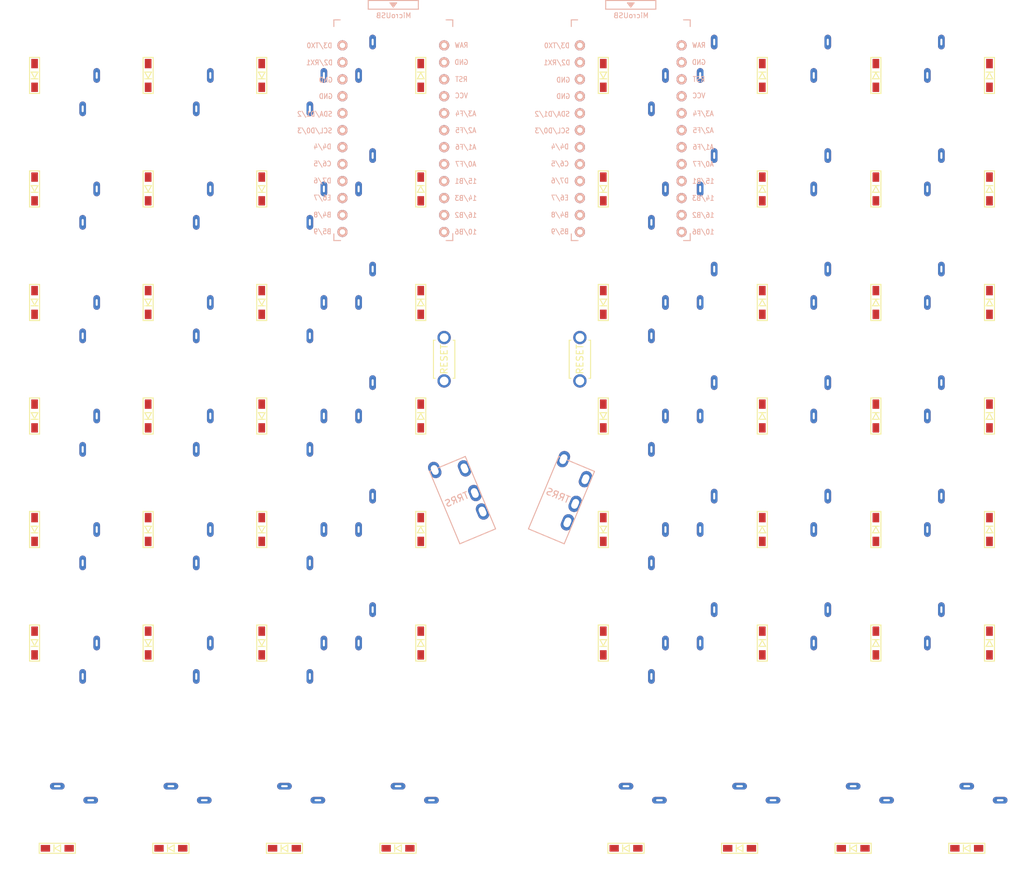
<source format=kicad_pcb>
(kicad_pcb (version 20221018) (generator pcbnew)
  (layers (0 "F.Cu" signal) (31 "B.Cu" signal) (34 "B.Paste" user) (35 "F.Paste" user) (36 "B.SilkS" user "B.Silkscreen") (37 "F.SilkS" user "F.Silkscreen") (38 "B.Mask" user) (39 "F.Mask" user) (44 "Edge.Cuts" user))
  (net 0 "")
  (net 1 "l_row0")
  (net 2 "Net-(D1-Pad2)")
  (net 3 "l_row1")
  (net 4 "Net-(D2-Pad2)")
  (net 5 "l_row2")
  (net 6 "Net-(D3-Pad2)")
  (net 7 "l_row3")
  (net 8 "Net-(D4-Pad2)")
  (net 9 "Net-(D5-Pad2)")
  (net 10 "Net-(D6-Pad2)")
  (net 11 "Net-(D7-Pad2)")
  (net 12 "Net-(D8-Pad2)")
  (net 13 "Net-(D9-Pad2)")
  (net 14 "Net-(D10-Pad2)")
  (net 15 "Net-(D11-Pad2)")
  (net 16 "Net-(D12-Pad2)")
  (net 17 "Net-(D13-Pad2)")
  (net 18 "Net-(D14-Pad2)")
  (net 19 "Net-(D15-Pad2)")
  (net 20 "Net-(D16-Pad2)")
  (net 21 "Net-(D17-Pad2)")
  (net 22 "Net-(D18-Pad2)")
  (net 23 "Net-(D19-Pad2)")
  (net 24 "Net-(D20-Pad2)")
  (net 25 "Net-(D21-Pad2)")
  (net 26 "Net-(D22-Pad2)")
  (net 27 "Net-(D23-Pad2)")
  (net 28 "Net-(D24-Pad2)")
  (net 29 "Net-(D25-Pad2)")
  (net 30 "Net-(D26-Pad2)")
  (net 31 "Net-(D27-Pad2)")
  (net 32 "Net-(D28-Pad2)")
  (net 33 "r_row0")
  (net 34 "Net-(D29-Pad2)")
  (net 35 "r_row1")
  (net 36 "Net-(D30-Pad2)")
  (net 37 "r_row2")
  (net 38 "Net-(D31-Pad2)")
  (net 39 "r_row3")
  (net 40 "Net-(D32-Pad2)")
  (net 41 "Net-(D33-Pad2)")
  (net 42 "Net-(D34-Pad2)")
  (net 43 "Net-(D35-Pad2)")
  (net 44 "Net-(D36-Pad2)")
  (net 45 "Net-(D37-Pad2)")
  (net 46 "Net-(D38-Pad2)")
  (net 47 "Net-(D39-Pad2)")
  (net 48 "Net-(D40-Pad2)")
  (net 49 "Net-(D41-Pad2)")
  (net 50 "Net-(D42-Pad2)")
  (net 51 "Net-(D43-Pad2)")
  (net 52 "Net-(D44-Pad2)")
  (net 53 "Net-(D45-Pad2)")
  (net 54 "Net-(D46-Pad2)")
  (net 55 "Net-(D47-Pad2)")
  (net 56 "Net-(D48-Pad2)")
  (net 57 "Net-(D49-Pad2)")
  (net 58 "Net-(D50-Pad2)")
  (net 59 "Net-(D51-Pad2)")
  (net 60 "Net-(D52-Pad2)")
  (net 61 "Net-(D53-Pad2)")
  (net 62 "Net-(D54-Pad2)")
  (net 63 "Net-(D55-Pad2)")
  (net 64 "Net-(D56-Pad2)")
  (net 65 "l_GND")
  (net 66 "l_VCC")
  (net 67 "l_data")
  (net 68 "r_GND")
  (net 69 "r_VCC")
  (net 70 "r_data")
  (net 71 "l_row4")
  (net 72 "l_col0")
  (net 73 "l_col1")
  (net 74 "l_col4")
  (net 75 "l_col5")
  (net 76 "r_row4")
  (net 77 "r_col5")
  (net 78 "r_col4")
  (net 79 "r_col1")
  (net 80 "r_col0")
  (net 81 "l_col2")
  (net 82 "l_col3")
  (net 83 "l_reset")
  (net 84 "r_reset")
  (net 85 "r_col3")
  (net 86 "r_col2")
  (footprint "kbd:D3_SMD_v2" (layer "F.Cu") (at 109.86 100.44 90)
    (fp_text reference "D20" hide)
    (fp_text value "D" hide)
    (pad "1" smd rect (at -1.775 0 90) (size 1.4 1) (layers "F.Cu" "F.Paste" "F.Mask") (net 3 "l_row1"))
    (pad "2" smd rect (at 1.775 0 90) (size 1.4 1) (layers "F.Cu" "F.Paste" "F.Mask") (net 24 "Net-(D20-Pad2)"))
  )
  (footprint "not_enough_compromises:choc_v1" (layer "F.Cu") (at 113.26 49.44 -90)
    (fp_text reference "SW6" hide)
    (fp_text value "SW_PUSH" hide)
    (pad "" np_thru_hole circle (at -5.5 0 270) (size 1.9 1.9) (drill 1.9) (layers "*.Cu" "*.Mask"))
    (pad "" np_thru_hole circle (at 0 0 270) (size 3.3 3.3) (drill 3.3) (layers "*.Cu" "*.Mask"))
    (pad "" np_thru_hole circle (at 5.5 0 270) (size 1.9 1.9) (drill 1.9) (layers "*.Cu" "*.Mask"))
    (pad "1" thru_hole oval (at 5 -3.8 270) (size 2.2 1) (drill oval 1 0.3) (layers "*.Cu" "B.Mask") (net 73 "l_col1"))
    (pad "2" thru_hole oval (at 0 -5.9 270) (size 2.2 1) (drill oval 1 0.3) (layers "*.Cu" "B.Mask") (net 10 "Net-(D6-Pad2)"))
  )
  (footprint "not_enough_compromises:choc_v1" (layer "F.Cu") (at 198.38 100.44 90)
    (fp_text reference "SW38" hide)
    (fp_text value "SW_PUSH" hide)
    (pad "" np_thru_hole circle (at -5.5 0 90) (size 1.9 1.9) (drill 1.9) (layers "*.Cu" "*.Mask"))
    (pad "" np_thru_hole circle (at 0 0 90) (size 3.3 3.3) (drill 3.3) (layers "*.Cu" "*.Mask"))
    (pad "" np_thru_hole circle (at 5.5 0 90) (size 1.9 1.9) (drill 1.9) (layers "*.Cu" "*.Mask"))
    (pad "1" thru_hole oval (at 5 -3.8 90) (size 2.2 1) (drill oval 1 0.3) (layers "*.Cu" "B.Mask") (net 78 "r_col4"))
    (pad "2" thru_hole oval (at 0 -5.9 90) (size 2.2 1) (drill oval 1 0.3) (layers "*.Cu" "B.Mask") (net 44 "Net-(D36-Pad2)"))
  )
  (footprint "not_enough_compromises:choc_v1" (layer "F.Cu") (at 130.26 32.44 90)
    (fp_text reference "SW1" hide)
    (fp_text value "SW_PUSH" hide)
    (pad "" np_thru_hole circle (at -5.5 0 90) (size 1.9 1.9) (drill 1.9) (layers "*.Cu" "*.Mask"))
    (pad "" np_thru_hole circle (at 0 0 90) (size 3.3 3.3) (drill 3.3) (layers "*.Cu" "*.Mask"))
    (pad "" np_thru_hole circle (at 5.5 0 90) (size 1.9 1.9) (drill 1.9) (layers "*.Cu" "*.Mask"))
    (pad "1" thru_hole oval (at 5 -3.8 90) (size 2.2 1) (drill oval 1 0.3) (layers "*.Cu" "B.Mask") (net 72 "l_col0"))
    (pad "2" thru_hole oval (at 0 -5.9 90) (size 2.2 1) (drill oval 1 0.3) (layers "*.Cu" "B.Mask") (net 2 "Net-(D1-Pad2)"))
  )
  (footprint "not_enough_compromises:choc_v1" (layer "F.Cu") (at 113.26 144.78)
    (fp_text reference "SW23" hide)
    (fp_text value "SW_PUSH" hide)
    (pad "" np_thru_hole circle (at -5.5 0) (size 1.9 1.9) (drill 1.9) (layers "*.Cu" "*.Mask"))
    (pad "" np_thru_hole circle (at 0 0) (size 3.3 3.3) (drill 3.3) (layers "*.Cu" "*.Mask"))
    (pad "" np_thru_hole circle (at 5.5 0) (size 1.9 1.9) (drill 1.9) (layers "*.Cu" "*.Mask"))
    (pad "1" thru_hole oval (at 5 -3.8) (size 2.2 1) (drill oval 1 0.3) (layers "*.Cu" "B.Mask") (net 74 "l_col4"))
    (pad "2" thru_hole oval (at 0 -5.9) (size 2.2 1) (drill oval 1 0.3) (layers "*.Cu" "B.Mask") (net 27 "Net-(D23-Pad2)"))
  )
  (footprint "kbd:D3_SMD_v2" (layer "F.Cu") (at 75.86 100.44 90)
    (fp_text reference "D22" hide)
    (fp_text value "D" hide)
    (pad "1" smd rect (at -1.775 0 90) (size 1.4 1) (layers "F.Cu" "F.Paste" "F.Mask") (net 7 "l_row3"))
    (pad "2" smd rect (at 1.775 0 90) (size 1.4 1) (layers "F.Cu" "F.Paste" "F.Mask") (net 26 "Net-(D22-Pad2)"))
  )
  (footprint "kbd:D3_SMD_v2" (layer "F.Cu") (at 92.86 32.44 90)
    (fp_text reference "D3" hide)
    (fp_text value "D" hide)
    (pad "1" smd rect (at -1.775 0 90) (size 1.4 1) (layers "F.Cu" "F.Paste" "F.Mask") (net 5 "l_row2"))
    (pad "2" smd rect (at 1.775 0 90) (size 1.4 1) (layers "F.Cu" "F.Paste" "F.Mask") (net 6 "Net-(D3-Pad2)"))
  )
  (footprint "not_enough_compromises:choc_v1" (layer "F.Cu") (at 79.26 144.78)
    (fp_text reference "SW13" hide)
    (fp_text value "SW_PUSH" hide)
    (pad "" np_thru_hole circle (at -5.5 0) (size 1.9 1.9) (drill 1.9) (layers "*.Cu" "*.Mask"))
    (pad "" np_thru_hole circle (at 0 0) (size 3.3 3.3) (drill 3.3) (layers "*.Cu" "*.Mask"))
    (pad "" np_thru_hole circle (at 5.5 0) (size 1.9 1.9) (drill 1.9) (layers "*.Cu" "*.Mask"))
    (pad "1" thru_hole oval (at 5 -3.8) (size 2.2 1) (drill oval 1 0.3) (layers "*.Cu" "B.Mask") (net 72 "l_col0"))
    (pad "2" thru_hole oval (at 0 -5.9) (size 2.2 1) (drill oval 1 0.3) (layers "*.Cu" "B.Mask") (net 17 "Net-(D13-Pad2)"))
  )
  (footprint "kbd:D3_SMD_v2" (layer "F.Cu") (at 75.86 83.44 90)
    (fp_text reference "D17" hide)
    (fp_text value "D" hide)
    (pad "1" smd rect (at -1.775 0 90) (size 1.4 1) (layers "F.Cu" "F.Paste" "F.Mask") (net 7 "l_row3"))
    (pad "2" smd rect (at 1.775 0 90) (size 1.4 1) (layers "F.Cu" "F.Paste" "F.Mask") (net 21 "Net-(D17-Pad2)"))
  )
  (footprint "not_enough_compromises:choc_v1" (layer "F.Cu") (at 96.26 144.78)
    (fp_text reference "SW18" hide)
    (fp_text value "SW_PUSH" hide)
    (pad "" np_thru_hole circle (at -5.5 0) (size 1.9 1.9) (drill 1.9) (layers "*.Cu" "*.Mask"))
    (pad "" np_thru_hole circle (at 0 0) (size 3.3 3.3) (drill 3.3) (layers "*.Cu" "*.Mask"))
    (pad "" np_thru_hole circle (at 5.5 0) (size 1.9 1.9) (drill 1.9) (layers "*.Cu" "*.Mask"))
    (pad "1" thru_hole oval (at 5 -3.8) (size 2.2 1) (drill oval 1 0.3) (layers "*.Cu" "B.Mask") (net 73 "l_col1"))
    (pad "2" thru_hole oval (at 0 -5.9) (size 2.2 1) (drill oval 1 0.3) (layers "*.Cu" "B.Mask") (net 22 "Net-(D18-Pad2)"))
  )
  (footprint "kbd:D3_SMD_v2" (layer "F.Cu") (at 109.86 32.44 90)
    (fp_text reference "D2" hide)
    (fp_text value "D" hide)
    (pad "1" smd rect (at -1.775 0 90) (size 1.4 1) (layers "F.Cu" "F.Paste" "F.Mask") (net 3 "l_row1"))
    (pad "2" smd rect (at 1.775 0 90) (size 1.4 1) (layers "F.Cu" "F.Paste" "F.Mask") (net 4 "Net-(D2-Pad2)"))
  )
  (footprint "kbd:D3_SMD_v2" (layer "F.Cu") (at 109.86 49.44 90)
    (fp_text reference "D6" hide)
    (fp_text value "D" hide)
    (pad "1" smd rect (at -1.775 0 90) (size 1.4 1) (layers "F.Cu" "F.Paste" "F.Mask") (net 3 "l_row1"))
    (pad "2" smd rect (at 1.775 0 90) (size 1.4 1) (layers "F.Cu" "F.Paste" "F.Mask") (net 10 "Net-(D6-Pad2)"))
  )
  (footprint "not_enough_compromises:choc_v1" (layer "F.Cu") (at 79.26 83.44 -90)
    (fp_text reference "SW17" hide)
    (fp_text value "SW_PUSH" hide)
    (pad "" np_thru_hole circle (at -5.5 0 270) (size 1.9 1.9) (drill 1.9) (layers "*.Cu" "*.Mask"))
    (pad "" np_thru_hole circle (at 0 0 270) (size 3.3 3.3) (drill 3.3) (layers "*.Cu" "*.Mask"))
    (pad "" np_thru_hole circle (at 5.5 0 270) (size 1.9 1.9) (drill 1.9) (layers "*.Cu" "*.Mask"))
    (pad "1" thru_hole oval (at 5 -3.8 270) (size 2.2 1) (drill oval 1 0.3) (layers "*.Cu" "B.Mask") (net 82 "l_col3"))
    (pad "2" thru_hole oval (at 0 -5.9 270) (size 2.2 1) (drill oval 1 0.3) (layers "*.Cu" "B.Mask") (net 21 "Net-(D17-Pad2)"))
  )
  (footprint "not_enough_compromises:choc_v1" (layer "F.Cu") (at 215.38 117.44 90)
    (fp_text reference "SW34" hide)
    (fp_text value "SW_PUSH" hide)
    (pad "" np_thru_hole circle (at -5.5 0 90) (size 1.9 1.9) (drill 1.9) (layers "*.Cu" "*.Mask"))
    (pad "" np_thru_hole circle (at 0 0 90) (size 3.3 3.3) (drill 3.3) (layers "*.Cu" "*.Mask"))
    (pad "" np_thru_hole circle (at 5.5 0 90) (size 1.9 1.9) (drill 1.9) (layers "*.Cu" "*.Mask"))
    (pad "1" thru_hole oval (at 5 -3.8 90) (size 2.2 1) (drill oval 1 0.3) (layers "*.Cu" "B.Mask") (net 77 "r_col5"))
    (pad "2" thru_hole oval (at 0 -5.9 90) (size 2.2 1) (drill oval 1 0.3) (layers "*.Cu" "B.Mask") (net 40 "Net-(D32-Pad2)"))
  )
  (footprint "kbd:D3_SMD_v2" (layer "F.Cu") (at 75.86 117.44 90)
    (fp_text reference "D27" hide)
    (fp_text value "D" hide)
    (pad "1" smd rect (at -1.775 0 90) (size 1.4 1) (layers "F.Cu" "F.Paste" "F.Mask") (net 7 "l_row3"))
    (pad "2" smd rect (at 1.775 0 90) (size 1.4 1) (layers "F.Cu" "F.Paste" "F.Mask") (net 31 "Net-(D27-Pad2)"))
  )
  (footprint "not_enough_compromises:choc_v1" (layer "F.Cu") (at 198.38 83.44 90)
    (fp_text reference "SW43" hide)
    (fp_text value "SW_PUSH" hide)
    (pad "" np_thru_hole circle (at -5.5 0 90) (size 1.9 1.9) (drill 1.9) (layers "*.Cu" "*.Mask"))
    (pad "" np_thru_hole circle (at 0 0 90) (size 3.3 3.3) (drill 3.3) (layers "*.Cu" "*.Mask"))
    (pad "" np_thru_hole circle (at 5.5 0 90) (size 1.9 1.9) (drill 1.9) (layers "*.Cu" "*.Mask"))
    (pad "1" thru_hole oval (at 5 -3.8 90) (size 2.2 1) (drill oval 1 0.3) (layers "*.Cu" "B.Mask") (net 85 "r_col3"))
    (pad "2" thru_hole oval (at 0 -5.9 90) (size 2.2 1) (drill oval 1 0.3) (layers "*.Cu" "B.Mask") (net 49 "Net-(D41-Pad2)"))
  )
  (footprint "not_enough_compromises:choc_v1" (layer "F.Cu") (at 79.26 100.44 -90)
    (fp_text reference "SW22" hide)
    (fp_text value "SW_PUSH" hide)
    (pad "" np_thru_hole circle (at -5.5 0 270) (size 1.9 1.9) (drill 1.9) (layers "*.Cu" "*.Mask"))
    (pad "" np_thru_hole circle (at 0 0 270) (size 3.3 3.3) (drill 3.3) (layers "*.Cu" "*.Mask"))
    (pad "" np_thru_hole circle (at 5.5 0 270) (size 1.9 1.9) (drill 1.9) (layers "*.Cu" "*.Mask"))
    (pad "1" thru_hole oval (at 5 -3.8 270) (size 2.2 1) (drill oval 1 0.3) (layers "*.Cu" "B.Mask") (net 74 "l_col4"))
    (pad "2" thru_hole oval (at 0 -5.9 270) (size 2.2 1) (drill oval 1 0.3) (layers "*.Cu" "B.Mask") (net 26 "Net-(D22-Pad2)"))
  )
  (footprint "kbd:D3_SMD_v2" (layer "F.Cu") (at 75.86 66.44 90)
    (fp_text reference "D12" hide)
    (fp_text value "D" hide)
    (pad "1" smd rect (at -1.775 0 90) (size 1.4 1) (layers "F.Cu" "F.Paste" "F.Mask") (net 7 "l_row3"))
    (pad "2" smd rect (at 1.775 0 90) (size 1.4 1) (layers "F.Cu" "F.Paste" "F.Mask") (net 16 "Net-(D12-Pad2)"))
  )
  (footprint "not_enough_compromises:choc_v1" (layer "F.Cu") (at 130.26 83.44 90)
    (fp_text reference "SW14" hide)
    (fp_text value "SW_PUSH" hide)
    (pad "" np_thru_hole circle (at -5.5 0 90) (size 1.9 1.9) (drill 1.9) (layers "*.Cu" "*.Mask"))
    (pad "" np_thru_hole circle (at 0 0 90) (size 3.3 3.3) (drill 3.3) (layers "*.Cu" "*.Mask"))
    (pad "" np_thru_hole circle (at 5.5 0 90) (size 1.9 1.9) (drill 1.9) (layers "*.Cu" "*.Mask"))
    (pad "1" thru_hole oval (at 5 -3.8 90) (size 2.2 1) (drill oval 1 0.3) (layers "*.Cu" "B.Mask") (net 82 "l_col3"))
    (pad "2" thru_hole oval (at 0 -5.9 90) (size 2.2 1) (drill oval 1 0.3) (layers "*.Cu" "B.Mask") (net 18 "Net-(D14-Pad2)"))
  )
  (footprint "kbd:D3_SMD_v2" (layer "F.Cu") (at 109.86 66.44 90)
    (fp_text reference "D10" hide)
    (fp_text value "D" hide)
    (pad "1" smd rect (at -1.775 0 90) (size 1.4 1) (layers "F.Cu" "F.Paste" "F.Mask") (net 3 "l_row1"))
    (pad "2" smd rect (at 1.775 0 90) (size 1.4 1) (layers "F.Cu" "F.Paste" "F.Mask") (net 14 "Net-(D10-Pad2)"))
  )
  (footprint "not_enough_compromises:choc_v1" (layer "F.Cu") (at 198.38 49.44 90)
    (fp_text reference "SW53" hide)
    (fp_text value "SW_PUSH" hide)
    (pad "" np_thru_hole circle (at -5.5 0 90) (size 1.9 1.9) (drill 1.9) (layers "*.Cu" "*.Mask"))
    (pad "" np_thru_hole circle (at 0 0 90) (size 3.3 3.3) (drill 3.3) (layers "*.Cu" "*.Mask"))
    (pad "" np_thru_hole circle (at 5.5 0 90) (size 1.9 1.9) (drill 1.9) (layers "*.Cu" "*.Mask"))
    (pad "1" thru_hole oval (at 5 -3.8 90) (size 2.2 1) (drill oval 1 0.3) (layers "*.Cu" "B.Mask") (net 79 "r_col1"))
    (pad "2" thru_hole oval (at 0 -5.9 90) (size 2.2 1) (drill oval 1 0.3) (layers "*.Cu" "B.Mask") (net 59 "Net-(D51-Pad2)"))
  )
  (footprint "kbd:D3_SMD_v2" (layer "F.Cu") (at 218.78 100.44 -90)
    (fp_text reference "D37" hide)
    (fp_text value "D" hide)
    (pad "1" smd rect (at -1.775 0 270) (size 1.4 1) (layers "F.Cu" "F.Paste" "F.Mask") (net 39 "r_row3"))
    (pad "2" smd rect (at 1.775 0 270) (size 1.4 1) (layers "F.Cu" "F.Paste" "F.Mask") (net 45 "Net-(D37-Pad2)"))
  )
  (footprint "kbd:D3_SMD_v2" (layer "F.Cu") (at 218.78 83.44 -90)
    (fp_text reference "D42" hide)
    (fp_text value "D" hide)
    (pad "1" smd rect (at -1.775 0 270) (size 1.4 1) (layers "F.Cu" "F.Paste" "F.Mask") (net 39 "r_row3"))
    (pad "2" smd rect (at 1.775 0 270) (size 1.4 1) (layers "F.Cu" "F.Paste" "F.Mask") (net 50 "Net-(D42-Pad2)"))
  )
  (footprint "kbd:D3_SMD_v2" (layer "F.Cu") (at 201.78 49.44 -90)
    (fp_text reference "D51" hide)
    (fp_text value "D" hide)
    (pad "1" smd rect (at -1.775 0 270) (size 1.4 1) (layers "F.Cu" "F.Paste" "F.Mask") (net 37 "r_row2"))
    (pad "2" smd rect (at 1.775 0 270) (size 1.4 1) (layers "F.Cu" "F.Paste" "F.Mask") (net 59 "Net-(D51-Pad2)"))
  )
  (footprint "kbd:D3_SMD_v2" (layer "F.Cu") (at 133.66 49.44 -90)
    (fp_text reference "D5" hide)
    (fp_text value "D" hide)
    (pad "1" smd rect (at -1.775 0 270) (size 1.4 1) (layers "F.Cu" "F.Paste" "F.Mask") (net 1 "l_row0"))
    (pad "2" smd rect (at 1.775 0 270) (size 1.4 1) (layers "F.Cu" "F.Paste" "F.Mask") (net 9 "Net-(D5-Pad2)"))
  )
  (footprint "kbd:D3_SMD_v2" (layer "F.Cu") (at 75.86 49.44 90)
    (fp_text reference "D8" hide)
    (fp_text value "D" hide)
    (pad "1" smd rect (at -1.775 0 90) (size 1.4 1) (layers "F.Cu" "F.Paste" "F.Mask") (net 7 "l_row3"))
    (pad "2" smd rect (at 1.775 0 90) (size 1.4 1) (layers "F.Cu" "F.Paste" "F.Mask") (net 12 "Net-(D8-Pad2)"))
  )
  (footprint "not_enough_compromises:choc_v1" (layer "F.Cu") (at 164.38 117.44 -90)
    (fp_text reference "SW31" hide)
    (fp_text value "SW_PUSH" hide)
    (pad "" np_thru_hole circle (at -5.5 0 270) (size 1.9 1.9) (drill 1.9) (layers "*.Cu" "*.Mask"))
    (pad "" np_thru_hole circle (at 0 0 270) (size 3.3 3.3) (drill 3.3) (layers "*.Cu" "*.Mask"))
    (pad "" np_thru_hole circle (at 5.5 0 270) (size 1.9 1.9) (drill 1.9) (layers "*.Cu" "*.Mask"))
    (pad "1" thru_hole oval (at 5 -3.8 270) (size 2.2 1) (drill oval 1 0.3) (layers "*.Cu" "B.Mask") (net 77 "r_col5"))
    (pad "2" thru_hole oval (at 0 -5.9 270) (size 2.2 1) (drill oval 1 0.3) (layers "*.Cu" "B.Mask") (net 34 "Net-(D29-Pad2)"))
  )
  (footprint "not_enough_compromises:choc_v1" (layer "F.Cu") (at 164.38 100.44 -90)
    (fp_text reference "SW36" hide)
    (fp_text value "SW_PUSH" hide)
    (pad "" np_thru_hole circle (at -5.5 0 270) (size 1.9 1.9) (drill 1.9) (layers "*.Cu" "*.Mask"))
    (pad "" np_thru_hole circle (at 0 0 270) (size 3.3 3.3) (drill 3.3) (layers "*.Cu" "*.Mask"))
    (pad "" np_thru_hole circle (at 5.5 0 270) (size 1.9 1.9) (drill 1.9) (layers "*.Cu" "*.Mask"))
    (pad "1" thru_hole oval (at 5 -3.8 270) (size 2.2 1) (drill oval 1 0.3) (layers "*.Cu" "B.Mask") (net 78 "r_col4"))
    (pad "2" thru_hole oval (at 0 -5.9 270) (size 2.2 1) (drill oval 1 0.3) (layers "*.Cu" "B.Mask") (net 42 "Net-(D34-Pad2)"))
  )
  (footprint "not_enough_compromises:choc_v1" (layer "F.Cu") (at 164.38 32.44 -90)
    (fp_text reference "SW55" hide)
    (fp_text value "SW_PUSH" hide)
    (pad "" np_thru_hole circle (at -5.5 0 270) (size 1.9 1.9) (drill 1.9) (layers "*.Cu" "*.Mask"))
    (pad "" np_thru_hole circle (at 0 0 270) (size 3.3 3.3) (drill 3.3) (layers "*.Cu" "*.Mask"))
    (pad "" np_thru_hole circle (at 5.5 0 270) (size 1.9 1.9) (drill 1.9) (layers "*.Cu" "*.Mask"))
    (pad "1" thru_hole oval (at 5 -3.8 270) (size 2.2 1) (drill oval 1 0.3) (layers "*.Cu" "B.Mask") (net 80 "r_col0"))
    (pad "2" thru_hole oval (at 0 -5.9 270) (size 2.2 1) (drill oval 1 0.3) (layers "*.Cu" "B.Mask") (net 61 "Net-(D53-Pad2)"))
  )
  (footprint "kbd:D3_SMD_v2" (layer "F.Cu") (at 201.78 117.44 -90)
    (fp_text reference "D31" hide)
    (fp_text value "D" hide)
    (pad "1" smd rect (at -1.775 0 270) (size 1.4 1) (layers "F.Cu" "F.Paste" "F.Mask") (net 37 "r_row2"))
    (pad "2" smd rect (at 1.775 0 270) (size 1.4 1) (layers "F.Cu" "F.Paste" "F.Mask") (net 38 "Net-(D31-Pad2)"))
  )
  (footprint "kbd:ResetSW_1side" (layer "F.Cu") (at 157.48 74.94 -90)
    (fp_text reference "SW30" hide)
    (fp_text value "RESET_SW")
    (fp_text user "RESET" (at 0 0 90) (layer "F.SilkS"))
    (pad "1" thru_hole circle (at 3.25 0 270) (size 2 2) (drill 1.3) (layers "*.Cu" "B.Mask") (net 68 "r_GND"))
    (pad "2" thru_hole circle (at -3.25 0 270) (size 2 2) (drill 1.3) (layers "*.Cu" "B.Mask") (net 84 "r_reset"))
  )
  (footprint "not_enough_compromises:choc_v1" (layer "F.Cu") (at 215.38 100.44 90)
    (fp_text reference "SW39" hide)
    (fp_text value "SW_PUSH" hide)
    (pad "" np_thru_hole circle (at -5.5 0 90) (size 1.9 1.9) (drill 1.9) (layers "*.Cu" "*.Mask"))
    (pad "" np_thru_hole circle (at 0 0 90) (size 3.3 3.3) (drill 3.3) (layers "*.Cu" "*.Mask"))
    (pad "" np_thru_hole circle (at 5.5 0 90) (size 1.9 1.9) (drill 1.9) (layers "*.Cu" "*.Mask"))
    (pad "1" thru_hole oval (at 5 -3.8 90) (size 2.2 1) (drill oval 1 0.3) (layers "*.Cu" "B.Mask") (net 78 "r_col4"))
    (pad "2" thru_hole oval (at 0 -5.9 90) (size 2.2 1) (drill oval 1 0.3) (layers "*.Cu" "B.Mask") (net 45 "Net-(D37-Pad2)"))
  )
  (footprint "kbd:D3_SMD_v2" (layer "F.Cu") (at 160.98 100.44 90)
    (fp_text reference "D34" hide)
    (fp_text value "D" hide)
    (pad "1" smd rect (at -1.775 0 90) (size 1.4 1) (layers "F.Cu" "F.Paste" "F.Mask") (net 33 "r_row0"))
    (pad "2" smd rect (at 1.775 0 90) (size 1.4 1) (layers "F.Cu" "F.Paste" "F.Mask") (net 42 "Net-(D34-Pad2)"))
  )
  (footprint "not_enough_compromises:choc_v1" (layer "F.Cu") (at 181.38 100.44 90)
    (fp_text reference "SW37" hide)
    (fp_text value "SW_PUSH" hide)
    (pad "" np_thru_hole circle (at -5.5 0 90) (size 1.9 1.9) (drill 1.9) (layers "*.Cu" "*.Mask"))
    (pad "" np_thru_hole circle (at 0 0 90) (size 3.3 3.3) (drill 3.3) (layers "*.Cu" "*.Mask"))
    (pad "" np_thru_hole circle (at 5.5 0 90) (size 1.9 1.9) (drill 1.9) (layers "*.Cu" "*.Mask"))
    (pad "1" thru_hole oval (at 5 -3.8 90) (size 2.2 1) (drill oval 1 0.3) (layers "*.Cu" "B.Mask") (net 78 "r_col4"))
    (pad "2" thru_hole oval (at 0 -5.9 90) (size 2.2 1) (drill oval 1 0.3) (layers "*.Cu" "B.Mask") (net 43 "Net-(D35-Pad2)"))
  )
  (footprint "not_enough_compromises:choc_v1" (layer "F.Cu") (at 79.26 49.44 -90)
    (fp_text reference "SW8" hide)
    (fp_text value "SW_PUSH" hide)
    (pad "" np_thru_hole circle (at -5.5 0 270) (size 1.9 1.9) (drill 1.9) (layers "*.Cu" "*.Mask"))
    (pad "" np_thru_hole circle (at 0 0 270) (size 3.3 3.3) (drill 3.3) (layers "*.Cu" "*.Mask"))
    (pad "" np_thru_hole circle (at 5.5 0 270) (size 1.9 1.9) (drill 1.9) (layers "*.Cu" "*.Mask"))
    (pad "1" thru_hole oval (at 5 -3.8 270) (size 2.2 1) (drill oval 1 0.3) (layers "*.Cu" "B.Mask") (net 73 "l_col1"))
    (pad "2" thru_hole oval (at 0 -5.9 270) (size 2.2 1) (drill oval 1 0.3) (layers "*.Cu" "B.Mask") (net 12 "Net-(D8-Pad2)"))
  )
  (footprint "not_enough_compromises:choc_v1" (layer "F.Cu") (at 113.26 100.44 -90)
    (fp_text reference "SW20" hide)
    (fp_text value "SW_PUSH" hide)
    (pad "" np_thru_hole circle (at -5.5 0 270) (size 1.9 1.9) (drill 1.9) (layers "*.Cu" "*.Mask"))
    (pad "" np_thru_hole circle (at 0 0 270) (size 3.3 3.3) (drill 3.3) (layers "*.Cu" "*.Mask"))
    (pad "" np_thru_hole circle (at 5.5 0 270) (size 1.9 1.9) (drill 1.9) (layers "*.Cu" "*.Mask"))
    (pad "1" thru_hole oval (at 5 -3.8 270) (size 2.2 1) (drill oval 1 0.3) (layers "*.Cu" "B.Mask") (net 74 "l_col4"))
    (pad "2" thru_hole oval (at 0 -5.9 270) (size 2.2 1) (drill oval 1 0.3) (layers "*.Cu" "B.Mask") (net 24 "Net-(D20-Pad2)"))
  )
  (footprint "kbd:D3_SMD_v2" (layer "F.Cu") (at 79.26 148.18)
    (fp_text reference "D13" hide)
    (fp_text value "D" hide)
    (pad "1" smd rect (at -1.775 0) (size 1.4 1) (layers "F.Cu" "F.Paste" "F.Mask") (net 71 "l_row4"))
    (pad "2" smd rect (at 1.775 0) (size 1.4 1) (layers "F.Cu" "F.Paste" "F.Mask") (net 17 "Net-(D13-Pad2)"))
  )
  (footprint "kbd:D3_SMD_v2" (layer "F.Cu") (at 92.86 66.44 90)
    (fp_text reference "D11" hide)
    (fp_text value "D" hide)
    (pad "1" smd rect (at -1.775 0 90) (size 1.4 1) (layers "F.Cu" "F.Paste" "F.Mask") (net 5 "l_row2"))
    (pad "2" smd rect (at 1.775 0 90) (size 1.4 1) (layers "F.Cu" "F.Paste" "F.Mask") (net 15 "Net-(D11-Pad2)"))
  )
  (footprint "kbd:D3_SMD_v2" (layer "F.Cu") (at 160.98 66.44 90)
    (fp_text reference "D44" hide)
    (fp_text value "D" hide)
    (pad "1" smd rect (at -1.775 0 90) (size 1.4 1) (layers "F.Cu" "F.Paste" "F.Mask") (net 33 "r_row0"))
    (pad "2" smd rect (at 1.775 0 90) (size 1.4 1) (layers "F.Cu" "F.Paste" "F.Mask") (net 52 "Net-(D44-Pad2)"))
  )
  (footprint "kbd:D3_SMD_v2" (layer "F.Cu") (at 109.86 83.44 90)
    (fp_text reference "D15" hide)
    (fp_text value "D" hide)
    (pad "1" smd rect (at -1.775 0 90) (size 1.4 1) (layers "F.Cu" "F.Paste" "F.Mask") (net 3 "l_row1"))
    (pad "2" smd rect (at 1.775 0 90) (size 1.4 1) (layers "F.Cu" "F.Paste" "F.Mask") (net 19 "Net-(D15-Pad2)"))
  )
  (footprint "kbd:D3_SMD_v2" (layer "F.Cu") (at 133.66 32.44 -90)
    (fp_text reference "D1" hide)
    (fp_text value "D" hide)
    (pad "1" smd rect (at -1.775 0 270) (size 1.4 1) (layers "F.Cu" "F.Paste" "F.Mask") (net 1 "l_row0"))
    (pad "2" smd rect (at 1.775 0 270) (size 1.4 1) (layers "F.Cu" "F.Paste" "F.Mask") (net 2 "Net-(D1-Pad2)"))
  )
  (footprint "not_enough_compromises:choc_v1" (layer "F.Cu") (at 181.38 117.44 90)
    (fp_text reference "SW32" hide)
    (fp_text value "SW_PUSH" hide)
    (pad "" np_thru_hole circle (at -5.5 0 90) (size 1.9 1.9) (drill 1.9) (layers "*.Cu" "*.Mask"))
    (pad "" np_thru_hole circle (at 0 0 90) (size 3.3 3.3) (drill 3.3) (layers "*.Cu" "*.Mask"))
    (pad "" np_thru_hole circle (at 5.5 0 90) (size 1.9 1.9) (drill 1.9) (layers "*.Cu" "*.Mask"))
    (pad "1" thru_hole oval (at 5 -3.8 90) (size 2.2 1) (drill oval 1 0.3) (layers "*.Cu" "B.Mask") (net 77 "r_col5"))
    (pad "2" thru_hole oval (at 0 -5.9 90) (size 2.2 1) (drill oval 1 0.3) (layers "*.Cu" "B.Mask") (net 36 "Net-(D30-Pad2)"))
  )
  (footprint "not_enough_compromises:choc_v1" (layer "F.Cu") (at 130.26 117.44 90)
    (fp_text reference "SW25" hide)
    (fp_text value "SW_PUSH" hide)
    (pad "" np_thru_hole circle (at -5.5 0 90) (size 1.9 1.9) (drill 1.9) (layers "*.Cu" "*.Mask"))
    (pad "" np_thru_hole circle (at 0 0 90) (size 3.3 3.3) (drill 3.3) (layers "*.Cu" "*.Mask"))
    (pad "" np_thru_hole circle (at 5.5 0 90) (size 1.9 1.9) (drill 1.9) (layers "*.Cu" "*.Mask"))
    (pad "1" thru_hole oval (at 5 -3.8 90) (size 2.2 1) (drill oval 1 0.3) (layers "*.Cu" "B.Mask") (net 75 "l_col5"))
    (pad "2" thru_hole oval (at 0 -5.9 90) (size 2.2 1) (drill oval 1 0.3) (layers "*.Cu" "B.Mask") (net 28 "Net-(D24-Pad2)"))
  )
  (footprint "not_enough_compromises:choc_v1" (layer "F.Cu") (at 215.38 49.44 90)
    (fp_text reference "SW54" hide)
    (fp_text value "SW_PUSH" hide)
    (pad "" np_thru_hole circle (at -5.5 0 90) (size 1.9 1.9) (drill 1.9) (layers "*.Cu" "*.Mask"))
    (pad "" np_thru_hole circle (at 0 0 90) (size 3.3 3.3) (drill 3.3) (layers "*.Cu" "*.Mask"))
    (pad "" np_thru_hole circle (at 5.5 0 90) (size 1.9 1.9) (drill 1.9) (layers "*.Cu" "*.Mask"))
    (pad "1" thru_hole oval (at 5 -3.8 90) (size 2.2 1) (drill oval 1 0.3) (layers "*.Cu" "B.Mask") (net 79 "r_col1"))
    (pad "2" thru_hole oval (at 0 -5.9 90) (size 2.2 1) (drill oval 1 0.3) (layers "*.Cu" "B.Mask") (net 60 "Net-(D52-Pad2)"))
  )
  (footprint "kbd:D3_SMD_v2" (layer "F.Cu") (at 130.26 148.18)
    (fp_text reference "D28" hide)
    (fp_text value "D" hide)
    (pad "1" smd rect (at -1.775 0) (size 1.4 1) (layers "F.Cu" "F.Paste" "F.Mask") (net 71 "l_row4"))
    (pad "2" smd rect (at 1.775 0) (size 1.4 1) (layers "F.Cu" "F.Paste" "F.Mask") (net 32 "Net-(D28-Pad2)"))
  )
  (footprint "kbd:D3_SMD_v2" (layer "F.Cu") (at 218.78 66.44 -90)
    (fp_text reference "D47" hide)
    (fp_text value "D" hide)
    (pad "1" smd rect (at -1.775 0 270) (size 1.4 1) (layers "F.Cu" "F.Paste" "F.Mask") (net 39 "r_row3"))
    (pad "2" smd rect (at 1.775 0 270) (size 1.4 1) (layers "F.Cu" "F.Paste" "F.Mask") (net 55 "Net-(D47-Pad2)"))
  )
  (footprint "kbd:D3_SMD_v2" (layer "F.Cu") (at 184.78 117.44 -90)
    (fp_text reference "D30" hide)
    (fp_text value "D" hide)
    (pad "1" smd rect (at -1.775 0 270) (size 1.4 1) (layers "F.Cu" "F.Paste" "F.Mask") (net 35 "r_row1"))
    (pad "2" smd rect (at 1.775 0 270) (size 1.4 1) (layers "F.Cu" "F.Paste" "F.Mask") (net 36 "Net-(D30-Pad2)"))
  )
  (footprint "kbd:D3_SMD_v2" (layer "F.Cu") (at 184.78 49.44 -90)
    (fp_text reference "D50" hide)
    (fp_text value "D" hide)
    (pad "1" smd rect (at -1.775 0 270) (size 1.4 1) (layers "F.Cu" "F.Paste" "F.Mask") (net 35 "r_row1"))
    (pad "2" smd rect (at 1.775 0 270) (size 1.4 1) (layers "F.Cu" "F.Paste" "F.Mask") (net 58 "Net-(D50-Pad2)"))
  )
  (footprint "kbd:D3_SMD_v2" (layer "F.Cu") (at 92.86 83.44 90)
    (fp_text reference "D16" hide)
    (fp_text value "D" hide)
    (pad "1" smd rect (at -1.775 0 90) (size 1.4 1) (layers "F.Cu" "F.Paste" "F.Mask") (net 5 "l_row2"))
    (pad "2" smd rect (at 1.775 0 90) (size 1.4 1) (layers "F.Cu" "F.Paste" "F.Mask") (net 20 "Net-(D16-Pad2)"))
  )
  (footprint "kbd:D3_SMD_v2" (layer "F.Cu") (at 201.78 83.44 -90)
    (fp_text reference "D41" hide)
    (fp_text value "D" hide)
    (pad "1" smd rect (at -1.775 0 270) (size 1.4 1) (layers "F.Cu" "F.Paste" "F.Mask") (net 37 "r_row2"))
    (pad "2" smd rect (at 1.775 0 270) (size 1.4 1) (layers "F.Cu" "F.Paste" "F.Mask") (net 49 "Net-(D41-Pad2)"))
  )
  (footprint "not_enough_compromises:choc_v1" (layer "F.Cu") (at 79.26 66.44 -90)
    (fp_text reference "SW12" hide)
    (fp_text value "SW_PUSH" hide)
    (pad "" np_thru_hole circle (at -5.5 0 270) (size 1.9 1.9) (drill 1.9) (layers "*.Cu" "*.Mask"))
    (pad "" np_thru_hole circle (at 0 0 270) (size 3.3 3.3) (drill 3.3) (layers "*.Cu" "*.Mask"))
    (pad "" np_thru_hole circle (at 5.5 0 270) (size 1.9 1.9) (drill 1.9) (layers "*.Cu" "*.Mask"))
    (pad "1" thru_hole oval (at 5 -3.8 270) (size 2.2 1) (drill oval 1 0.3) (layers "*.Cu" "B.Mask") (net 81 "l_col2"))
    (pad "2" thru_hole oval (at 0 -5.9 270) (size 2.2 1) (drill oval 1 0.3) (layers "*.Cu" "B.Mask") (net 16 "Net-(D12-Pad2)"))
  )
  (footprint "not_enough_compromises:choc_v1" (layer "F.Cu") (at 113.26 117.44 -90)
    (fp_text reference "SW26" hide)
    (fp_text value "SW_PUSH" hide)
    (pad "" np_thru_hole circle (at -5.5 0 270) (size 1.9 1.9) (drill 1.9) (layers "*.Cu" "*.Mask"))
    (pad "" np_thru_hole circle (at 0 0 270) (size 3.3 3.3) (drill 3.3) (layers "*.Cu" "*.Mask"))
    (pad "" np_thru_hole circle (at 5.5 0 270) (size 1.9 1.9) (drill 1.9) (layers "*.Cu" "*.Mask"))
    (pad "1" thru_hole oval (at 5 -3.8 270) (size 2.2 1) (drill oval 1 0.3) (layers "*.Cu" "B.Mask") (net 75 "l_col5"))
    (pad "2" thru_hole oval (at 0 -5.9 270) (size 2.2 1) (drill oval 1 0.3) (layers "*.Cu" "B.Mask") (net 29 "Net-(D25-Pad2)"))
  )
  (footprint "kbd:D3_SMD_v2" (layer "F.Cu") (at 133.66 66.44 -90)
    (fp_text reference "D9" hide)
    (fp_text value "D" hide)
    (pad "1" smd rect (at -1.775 0 270) (size 1.4 1) (layers "F.Cu" "F.Paste" "F.Mask") (net 1 "l_row0"))
    (pad "2" smd rect (at 1.775 0 270) (size 1.4 1) (layers "F.Cu" "F.Paste" "F.Mask") (net 13 "Net-(D9-Pad2)"))
  )
  (footprint "not_enough_compromises:choc_v1" (layer "F.Cu") (at 215.38 32.44 90)
    (fp_text reference "SW58" hide)
    (fp_text value "SW_PUSH" hide)
    (pad "" np_thru_hole circle (at -5.5 0 90) (size 1.9 1.9) (drill 1.9) (layers "*.Cu" "*.Mask"))
    (pad "" np_thru_hole circle (at 0 0 90) (size 3.3 3.3) (drill 3.3) (layers "*.Cu" "*.Mask"))
    (pad "" np_thru_hole circle (at 5.5 0 90) (size 1.9 1.9) (drill 1.9) (layers "*.Cu" "*.Mask"))
    (pad "1" thru_hole oval (at 5 -3.8 90) (size 2.2 1) (drill oval 1 0.3) (layers "*.Cu" "B.Mask") (net 80 "r_col0"))
    (pad "2" thru_hole oval (at 0 -5.9 90) (size 2.2 1) (drill oval 1 0.3) (layers "*.Cu" "B.Mask") (net 64 "Net-(D56-Pad2)"))
  )
  (footprint "not_enough_compromises:choc_v1" (layer "F.Cu") (at 181.38 32.44 90)
    (fp_text reference "SW56" hide)
    (fp_text value "SW_PUSH" hide)
    (pad "" np_thru_hole circle (at -5.5 0 90) (size 1.9 1.9) (drill 1.9) (layers "*.Cu" "*.Mask"))
    (pad "" np_thru_hole circle (at 0 0 90) (size 3.3 3.3) (drill 3.3) (layers "*.Cu" "*.Mask"))
    (pad "" np_thru_hole circle (at 5.5 0 90) (size 1.9 1.9) (drill 1.9) (layers "*.Cu" "*.Mask"))
    (pad "1" thru_hole oval (at 5 -3.8 90) (size 2.2 1) (drill oval 1 0.3) (layers "*.Cu" "B.Mask") (net 80 "r_col0"))
    (pad "2" thru_hole oval (at 0 -5.9 90) (size 2.2 1) (drill oval 1 0.3) (layers "*.Cu" "B.Mask") (net 62 "Net-(D54-Pad2)"))
  )
  (footprint "not_enough_compromises:choc_v1" (layer "F.Cu") (at 181.38 66.44 90)
    (fp_text reference "SW47" hide)
    (fp_text value "SW_PUSH" hide)
    (pad "" np_thru_hole circle (at -5.5 0 90) (size 1.9 1.9) (drill 1.9) (layers "*.Cu" "*.Mask"))
    (pad "" np_thru_hole circle (at 0 0 90) (size 3.3 3.3) (drill 3.3) (layers "*.Cu" "*.Mask"))
    (pad "" np_thru_hole circle (at 5.5 0 90) (size 1.9 1.9) (drill 1.9) (layers "*.Cu" "*.Mask"))
    (pad "1" thru_hole oval (at 5 -3.8 90) (size 2.2 1) (drill oval 1 0.3) (layers "*.Cu" "B.Mask") (net 86 "r_col2"))
    (pad "2" thru_hole oval (at 0 -5.9 90) (size 2.2 1) (drill oval 1 0.3) (layers "*.Cu" "B.Mask") (net 53 "Net-(D45-Pad2)"))
  )
  (footprint "kbd:D3_SMD_v2" (layer "F.Cu") (at 201.78 100.44 -90)
    (fp_text reference "D36" hide)
    (fp_text value "D" hide)
    (pad "1" smd rect (at -1.775 0 270) (size 1.4 1) (layers "F.Cu" "F.Paste" "F.Mask") (net 37 "r_row2"))
    (pad "2" smd rect (at 1.775 0 270) (size 1.4 1) (layers "F.Cu" "F.Paste" "F.Mask") (net 44 "Net-(D36-Pad2)"))
  )
  (footprint "not_enough_compromises:choc_v1" (layer "F.Cu") (at 130.26 66.44 90)
    (fp_text reference "SW9" hide)
    (fp_text value "SW_PUSH" hide)
    (pad "" np_thru_hole circle (at -5.5 0 90) (size 1.9 1.9) (drill 1.9) (layers "*.Cu" "*.Mask"))
    (pad "" np_thru_hole circle (at 0 0 90) (size 3.3 3.3) (drill 3.3) (layers "*.Cu" "*.Mask"))
    (pad "" np_thru_hole circle (at 5.5 0 90) (size 1.9 1.9) (drill 1.9) (layers "*.Cu" "*.Mask"))
    (pad "1" thru_hole oval (at 5 -3.8 90) (size 2.2 1) (drill oval 1 0.3) (layers "*.Cu" "B.Mask") (net 81 "l_col2"))
    (pad "2" thru_hole oval (at 0 -5.9 90) (size 2.2 1) (drill oval 1 0.3) (layers "*.Cu" "B.Mask") (net 13 "Net-(D9-Pad2)"))
  )
  (footprint "not_enough_compromises:choc_v1" (layer "F.Cu") (at 79.26 32.44 -90)
    (fp_text reference "SW4" hide)
    (fp_text value "SW_PUSH" hide)
    (pad "" np_thru_hole circle (at -5.5 0 270) (size 1.9 1.9) (drill 1.9) (layers "*.Cu" "*.Mask"))
    (pad "" np_thru_hole circle (at 0 0 270) (size 3.3 3.3) (drill 3.3) (layers "*.Cu" "*.Mask"))
    (pad "" np_thru_hole circle (at 5.5 0 270) (size 1.9 1.9) (drill 1.9) (layers "*.Cu" "*.Mask"))
    (pad "1" thru_hole oval (at 5 -3.8 270) (size 2.2 1) (drill oval 1 0.3) (layers "*.Cu" "B.Mask") (net 72 "l_col0"))
    (pad "2" thru_hole oval (at 0 -5.9 270) (size 2.2 1) (drill oval 1 0.3) (layers "*.Cu" "B.Mask") (net 8 "Net-(D4-Pad2)"))
  )
  (footprint "kbd:D3_SMD_v2" (layer "F.Cu") (at 160.98 83.44 90)
    (fp_text reference "D39" hide)
    (fp_text value "D" hide)
    (pad "1" smd rect (at -1.775 0 90) (size 1.4 1) (layers "F.Cu" "F.Paste" "F.Mask") (net 33 "r_row0"))
    (pad "2" smd rect (at 1.775 0 90) (size 1.4 1) (layers "F.Cu" "F.Paste" "F.Mask") (net 47 "Net-(D39-Pad2)"))
  )
  (footprint "not_enough_compromises:choc_v1" (layer "F.Cu") (at 198.38 144.78)
    (fp_text reference "SW45" hide)
    (fp_text value "SW_PUSH" hide)
    (pad "" np_thru_hole circle (at -5.5 0) (size 1.9 1.9) (drill 1.9) (layers "*.Cu" "*.Mask"))
    (pad "" np_thru_hole circle (at 0 0) (size 3.3 3.3) (drill 3.3) (layers "*.Cu" "*.Mask"))
    (pad "" np_thru_hole circle (at 5.5 0) (size 1.9 1.9) (drill 1.9) (layers "*.Cu" "*.Mask"))
    (pad "1" thru_hole oval (at 5 -3.8) (size 2.2 1) (drill oval 1 0.3) (layers "*.Cu" "B.Mask") (net 79 "r_col1"))
    (pad "2" thru_hole oval (at 0 -5.9) (size 2.2 1) (drill oval 1 0.3) (layers "*.Cu" "B.Mask") (net 51 "Net-(D43-Pad2)"))
  )
  (footprint "not_enough_compromises:choc_v1" (layer "F.Cu") (at 181.38 144.78)
    (fp_text reference "SW40" hide)
    (fp_text value "SW_PUSH" hide)
    (pad "" np_thru_hole circle (at -5.5 0) (size 1.9 1.9) (drill 1.9) (layers "*.Cu" "*.Mask"))
    (pad "" np_thru_hole circle (at 0 0) (size 3.3 3.3) (drill 3.3) (layers "*.Cu" "*.Mask"))
    (pad "" np_thru_hole circle (at 5.5 0) (size 1.9 1.9) (drill 1.9) (layers "*.Cu" "*.Mask"))
    (pad "1" thru_hole oval (at 5 -3.8) (size 2.2 1) (drill oval 1 0.3) (layers "*.Cu" "B.Mask") (net 78 "r_col4"))
    (pad "2" thru_hole oval (at 0 -5.9) (size 2.2 1) (drill oval 1 0.3) (layers "*.Cu" "B.Mask") (net 46 "Net-(D38-Pad2)"))
  )
  (footprint "not_enough_compromises:choc_v1" (layer "F.Cu") (at 113.26 83.44 -90)
    (fp_text reference "SW15" hide)
    (fp_text value "SW_PUSH" hide)
    (pad "" np_thru_hole circle (at -5.5 0 270) (size 1.9 1.9) (drill 1.9) (layers "*.Cu" "*.Mask"))
    (pad "" np_thru_hole circle (at 0 0 270) (size 3.3 3.3) (drill 3.3) (layers "*.Cu" "*.Mask"))
    (pad "" np_thru_hole circle (at 5.5 0 270) (size 1.9 1.9) (drill 1.9) (layers "*.Cu" "*.Mask"))
    (pad "1" thru_hole oval (at 5 -3.8 270) (size 2.2 1) (drill oval 1 0.3) (layers "*.Cu" "B.Mask") (net 82 "l_col3"))
    (pad "2" thru_hole oval (at 0 -5.9 270) (size 2.2 1) (drill oval 1 0.3) (layers "*.Cu" "B.Mask") (net 19 "Net-(D15-Pad2)"))
  )
  (footprint "not_enough_compromises:choc_v1" (layer "F.Cu") (at 164.38 49.44 -90)
    (fp_text reference "SW51" hide)
    (fp_text value "SW_PUSH" hide)
    (pad "" np_thru_hole circle (at -5.5 0 270) (size 1.9 1.9) (drill 1.9) (layers "*.Cu" "*.Mask"))
    (pad "" np_thru_hole circle (at 0 0 270) (size 3.3 3.3) (drill 3.3) (layers "*.Cu" "*.Mask"))
    (pad "" np_thru_hole circle (at 5.5 0 270) (size 1.9 1.9) (drill 1.9) (layers "*.Cu" "*.Mask"))
    (pad "1" thru_hole oval (at 5 -3.8 270) (size 2.2 1) (drill oval 1 0.3) (layers "*.Cu" "B.Mask") (net 79 "r_col1"))
    (pad "2" thru_hole oval (at 0 -5.9 270) (size 2.2 1) (drill oval 1 0.3) (layers "*.Cu" "B.Mask") (net 57 "Net-(D49-Pad2)"))
  )
  (footprint "not_enough_compromises:choc_v1" (layer "F.Cu") (at 198.38 117.44 90)
    (fp_text reference "SW33" hide)
    (fp_text value "SW_PUSH" hide)
    (pad "" np_thru_hole circle (at -5.5 0 90) (size 1.9 1.9) (drill 1.9) (layers "*.Cu" "*.Mask"))
    (pad "" np_thru_hole circle (at 0 0 90) (size 3.3 3.3) (drill 3.3) (layers "*.Cu" "*.Mask"))
    (pad "" np_thru_hole circle (at 5.5 0 90) (size 1.9 1.9) (drill 1.9) (layers "*.Cu" "*.Mask"))
    (pad "1" thru_hole oval (at 5 -3.8 90) (size 2.2 1) (drill oval 1 0.3) (layers "*.Cu" "B.Mask") (net 77 "r_col5"))
    (pad "2" thru_hole oval (at 0 -5.9 90) (size 2.2 1) (drill oval 1 0.3) (layers "*.Cu" "B.Mask") (net 38 "Net-(D31-Pad2)"))
  )
  (footprint "not_enough_compromises:choc_v1" (layer "F.Cu") (at 198.38 66.44 90)
    (fp_text reference "SW48" hide)
    (fp_text value "SW_PUSH" hide)
    (pad "" np_thru_hole circle (at -5.5 0 90) (size 1.9 1.9) (drill 1.9) (layers "*.Cu" "*.Mask"))
    (pad "" np_thru_hole circle (at 0 0 90) (size 3.3 3.3) (drill 3.3) (layers "*.Cu" "*.Mask"))
    (pad "" np_thru_hole circle (at 5.5 0 90) (size 1.9 1.9) (drill 1.9) (layers "*.Cu" "*.Mask"))
    (pad "1" thru_hole oval (at 5 -3.8 90) (size 2.2 1) (drill oval 1 0.3) (layers "*.Cu" "B.Mask") (net 86 "r_col2"))
    (pad "2" thru_hole oval (at 0 -5.9 90) (size 2.2 1) (drill oval 1 0.3) (layers "*.Cu" "B.Mask") (net 54 "Net-(D46-Pad2)"))
  )
  (footprint "kbd:D3_SMD_v2" (layer "F.Cu") (at 160.98 32.44 90)
    (fp_text reference "D53" hide)
    (fp_text value "D" hide)
    (pad "1" smd rect (at -1.775 0 90) (size 1.4 1) (layers "F.Cu" "F.Paste" "F.Mask") (net 33 "r_row0"))
    (pad "2" smd rect (at 1.775 0 90) (size 1.4 1) (layers "F.Cu" "F.Paste" "F.Mask") (net 61 "Net-(D53-Pad2)"))
  )
  (footprint "not_enough_compromises:choc_v1" (layer "F.Cu") (at 96.26 83.44 -90)
    (fp_text reference "SW16" hide)
    (fp_text value "SW_PUSH" hide)
    (pad "" np_thru_hole circle (at -5.5 0 270) (size 1.9 1.9) (drill 1.9) (layers "*.Cu" "*.Mask"))
    (pad "" np_thru_hole circle (at 0 0 270) (size 3.3 3.3) (drill 3.3) (layers "*.Cu" "*.Mask"))
    (pad "" np_thru_hole circle (at 5.5 0 270) (size 1.9 1.9) (drill 1.9) (layers "*.Cu" "*.Mask"))
    (pad "1" thru_hole oval (at 5 -3.8 270) (size 2.2 1) (drill oval 1 0.3) (layers "*.Cu" "B.Mask") (net 82 "l_col3"))
    (pad "2" thru_hole oval (at 0 -5.9 270) (size 2.2 1) (drill oval 1 0.3) (layers "*.Cu" "B.Mask") (net 20 "Net-(D16-Pad2)"))
  )
  (footprint "kbd:D3_SMD_v2" (layer "F.Cu") (at 75.86 32.44 90)
    (fp_text reference "D4" hide)
    (fp_text value "D" hide)
    (pad "1" smd rect (at -1.775 0 90) (size 1.4 1) (layers "F.Cu" "F.Paste" "F.Mask") (net 7 "l_row3"))
    (pad "2" smd rect (at 1.775 0 90) (size 1.4 1) (layers "F.Cu" "F.Paste" "F.Mask") (net 8 "Net-(D4-Pad2)"))
  )
  (footprint "not_enough_compromises:choc_v1" (layer "F.Cu") (at 164.38 66.44 -90)
    (fp_text reference "SW46" hide)
    (fp_text value "SW_PUSH" hide)
    (pad "" np_thru_hole circle (at -5.5 0 270) (size 1.9 1.9) (drill 1.9) (layers "*.Cu" "*.Mask"))
    (pad "" np_thru_hole circle (at 0 0 270) (size 3.3 3.3) (drill 3.3) (layers "*.Cu" "*.Mask"))
    (pad "" np_thru_hole circle (at 5.5 0 270) (size 1.9 1.9) (drill 1.9) (layers "*.Cu" "*.Mask"))
    (pad "1" thru_hole oval (at 5 -3.8 270) (size 2.2 1) (drill oval 1 0.3) (layers "*.Cu" "B.Mask") (net 86 "r_col2"))
    (pad "2" thru_hole oval (at 0 -5.9 270) (size 2.2 1) (drill oval 1 0.3) (layers "*.Cu" "B.Mask") (net 52 "Net-(D44-Pad2)"))
  )
  (footprint "kbd:D3_SMD_v2" (layer "F.Cu") (at 184.78 100.44 -90)
    (fp_text reference "D35" hide)
    (fp_text value "D" hide)
    (pad "1" smd rect (at -1.775 0 270) (size 1.4 1) (layers "F.Cu" "F.Paste" "F.Mask") (net 35 "r_row1"))
    (pad "2" smd rect (at 1.775 0 270) (size 1.4 1) (layers "F.Cu" "F.Paste" "F.Mask") (net 43 "Net-(D35-Pad2)"))
  )
  (footprint "not_enough_compromises:choc_v1" (layer "F.Cu") (at 113.26 32.44 -90)
    (fp_text reference "SW2" hide)
    (fp_text value "SW_PUSH" hide)
    (pad "" np_thru_hole circle (at -5.5 0 270) (size 1.9 1.9) (drill 1.9) (layers "*.Cu" "*.Mask"))
    (pad "" np_thru_hole circle (at 0 0 270) (size 3.3 3.3) (drill 3.3) (layers "*.Cu" "*.Mask"))
    (pad "" np_thru_hole circle (at 5.5 0 270) (size 1.9 1.9) (drill 1.9) (layers "*.Cu" "*.Mask"))
    (pad "1" thru_hole oval (at 5 -3.8 270) (size 2.2 1) (drill oval 1 0.3) (layers "*.Cu" "B.Mask") (net 72 "l_col0"))
    (pad "2" thru_hole oval (at 0 -5.9 270) (size 2.2 1) (drill oval 1 0.3) (layers "*.Cu" "B.Mask") (net 4 "Net-(D2-Pad2)"))
  )
  (footprint "kbd:D3_SMD_v2" (layer "F.Cu") (at 160.98 49.44 90)
    (fp_text reference "D49" hide)
    (fp_text value "D" hide)
    (pad "1" smd rect (at -1.775 0 90) (size 1.4 1) (layers "F.Cu" "F.Paste" "F.Mask") (net 33 "r_row0"))
    (pad "2" smd rect (at 1.775 0 90) (size 1.4 1) (layers "F.Cu" "F.Paste" "F.Mask") (net 57 "Net-(D49-Pad2)"))
  )
  (footprint "not_enough_compromises:choc_v1" (layer "F.Cu") (at 79.26 117.44 -90)
    (fp_text reference "SW28" hide)
    (fp_text value "SW_PUSH" hide)
    (pad "" np_thru_hole circle (at -5.5 0 270) (size 1.9 1.9) (drill 1.9) (layers "*.Cu" "*.Mask"))
    (pad "" np_thru_hole circle (at 0 0 270) (size 3.3 3.3) (drill 3.3) (layers "*.Cu" "*.Mask"))
    (pad "" np_thru_hole circle (at 5.5 0 270) (size 1.9 1.9) (drill 1.9) (layers "*.Cu" "*.Mask"))
    (pad "1" thru_hole oval (at 5 -3.8 270) (size 2.2 1) (drill oval 1 0.3) (layers "*.Cu" "B.Mask") (net 75 "l_col5"))
    (pad "2" thru_hole oval (at 0 -5.9 270) (size 2.2 1) (drill oval 1 0.3) (layers "*.Cu" "B.Mask") (net 31 "Net-(D27-Pad2)"))
  )
  (footprint "kbd:D3_SMD_v2" (layer "F.Cu") (at 184.78 32.44 -90)
    (fp_text reference "D54" hide)
    (fp_text value "D" hide)
    (pad "1" smd rect (at -1.775 0 270) (size 1.4 1) (layers "F.Cu" "F.Paste" "F.Mask") (net 35 "r_row1"))
    (pad "2" smd rect (at 1.775 0 270) (size 1.4 1) (layers "F.Cu" "F.Paste" "F.Mask") (net 62 "Net-(D54-Pad2)"))
  )
  (footprint "not_enough_compromises:choc_v1" (layer "F.Cu") (at 215.38 66.44 90)
    (fp_text reference "SW49" hide)
    (fp_text value "SW_PUSH" hide)
    (pad "" np_thru_hole circle (at -5.5 0 90) (size 1.9 1.9) (drill 1.9) (layers "*.Cu" "*.Mask"))
    (pad "" np_thru_hole circle (at 0 0 90) (size 3.3 3.3) (drill 3.3) (layers "*.Cu" "*.Mask"))
    (pad "" np_thru_hole circle (at 5.5 0 90) (size 1.9 1.9) (drill 1.9) (layers "*.Cu" "*.Mask"))
    (pad "1" thru_hole oval (at 5 -3.8 90) (size 2.2 1) (drill oval 1 0.3) (layers "*.Cu" "B.Mask") (net 86 "r_col2"))
    (pad "2" thru_hole oval (at 0 -5.9 90) (size 2.2 1) (drill oval 1 0.3) (layers "*.Cu" "B.Mask") (net 55 "Net-(D47-Pad2)"))
  )
  (footprint "not_enough_compromises:choc_v1" (layer "F.Cu") (at 181.38 83.44 90)
    (fp_text reference "SW42" hide)
    (fp_text value "SW_PUSH" hide)
    (pad "" np_thru_hole circle (at -5.5 0 90) (size 1.9 1.9) (drill 1.9) (layers "*.Cu" "*.Mask"))
    (pad "" np_thru_hole circle (at 0 0 90) (size 3.3 3.3) (drill 3.3) (layers "*.Cu" "*.Mask"))
    (pad "" np_thru_hole circle (at 5.5 0 90) (size 1.9 1.9) (drill 1.9) (layers "*.Cu" "*.Mask"))
    (pad "1" thru_hole oval (at 5 -3.8 90) (size 2.2 1) (drill oval 1 0.3) (layers "*.Cu" "B.Mask") (net 85 "r_col3"))
    (pad "2" thru_hole oval (at 0 -5.9 90) (size 2.2 1) (drill oval 1 0.3) (layers "*.Cu" "B.Mask") (net 48 "Net-(D40-Pad2)"))
  )
  (footprint "kbd:D3_SMD_v2" (layer "F.Cu") (at 92.86 117.44 90)
    (fp_text reference "D26" hide)
    (fp_text value "D" hide)
    (pad "1" smd rect (at -1.775 0 90) (size 1.4 1) (layers "F.Cu" "F.Paste" "F.Mask") (net 5 "l_row2"))
    (pad "2" smd rect (at 1.775 0 90) (size 1.4 1) (layers "F.Cu" "F.Paste" "F.Mask") (net 30 "Net-(D26-Pad2)"))
  )
  (footprint "not_enough_compromises:choc_v1" (layer "F.Cu") (at 96.26 66.44 -90)
    (fp_text reference "SW11" hide)
    (fp_text value "SW_PUSH" hide)
    (pad "" np_thru_hole circle (at -5.5 0 270) (size 1.9 1.9) (drill 1.9) (layers "*.Cu" "*.Mask"))
    (pad "" np_thru_hole circle (at 0 0 270) (size 3.3 3.3) (drill 3.3) (layers "*.Cu" "*.Mask"))
    (pad "" np_thru_hole circle (at 5.5 0 270) (size 1.9 1.9) (drill 1.9) (layers "*.Cu" "*.Mask"))
    (pad "1" thru_hole oval (at 5 -3.8 270) (size 2.2 1) (drill oval 1 0.3) (layers "*.Cu" "B.Mask") (net 81 "l_col2"))
    (pad "2" thru_hole oval (at 0 -5.9 270) (size 2.2 1) (drill oval 1 0.3) (layers "*.Cu" "B.Mask") (net 15 "Net-(D11-Pad2)"))
  )
  (footprint "not_enough_compromises:choc_v1" (layer "F.Cu") (at 215.38 83.44 90)
    (fp_text reference "SW44" hide)
    (fp_text value "SW_PUSH" hide)
    (pad "" np_thru_hole circle (at -5.5 0 90) (size 1.9 1.9) (drill 1.9) (layers "*.Cu" "*.Mask"))
    (pad "" np_thru_hole circle (at 0 0 90) (size 3.3 3.3) (drill 3.3) (layers "*.Cu" "*.Mask"))
    (pad "" np_thru_hole circle (at 5.5 0 90) (size 1.9 1.9) (drill 1.9) (layers "*.Cu" "*.Mask"))
    (pad "1" thru_hole oval (at 5 -3.8 90) (size 2.2 1) (drill oval 1 0.3) (layers "*.Cu" "B.Mask") (net 85 "r_col3"))
    (pad "2" thru_hole oval (at 0 -5.9 90) (size 2.2 1) (drill oval 1 0.3) (layers "*.Cu" "B.Mask") (net 50 "Net-(D42-Pad2)"))
  )
  (footprint "kbd:D3_SMD_v2" (layer "F.Cu") (at 218.78 117.44 -90)
    (fp_text reference "D32" hide)
    (fp_text value "D" hide)
    (pad "1" smd rect (at -1.775 0 270) (size 1.4 1) (layers "F.Cu" "F.Paste" "F.Mask") (net 39 "r_row3"))
    (pad "2" smd rect (at 1.775 0 270) (size 1.4 1) (layers "F.Cu" "F.Paste" "F.Mask") (net 40 "Net-(D32-Pad2)"))
  )
  (footprint "not_enough_compromises:choc_v1" (layer "F.Cu") (at 113.26 66.44 -90)
    (fp_text reference "SW10" hide)
    (fp_text value "SW_PUSH" hide)
    (pad "" np_thru_hole circle (at -5.5 0 270) (size 1.9 1.9) (drill 1.9) (layers "*.Cu" "*.Mask"))
    (pad "" np_thru_hole circle (at 0 0 270) (size 3.3 3.3) (drill 3.3) (layers "*.Cu" "*.Mask"))
    (pad "" np_thru_hole circle (at 5.5 0 270) (size 1.9 1.9) (drill 1.9) (layers "*.Cu" "*.Mask"))
    (pad "1" thru_hole oval (at 5 -3.8 270) (size 2.2 1) (drill oval 1 0.3) (layers "*.Cu" "B.Mask") (net 81 "l_col2"))
    (pad "2" thru_hole oval (at 0 -5.9 270) (size 2.2 1) (drill oval 1 0.3) (layers "*.Cu" "B.Mask") (net 14 "Net-(D10-Pad2)"))
  )
  (footprint "kbd:D3_SMD_v2" (layer "F.Cu") (at 113.26 148.18)
    (fp_text reference "D23" hide)
    (fp_text value "D" hide)
    (pad "1" smd rect (at -1.775 0) (size 1.4 1) (layers "F.Cu" "F.Paste" "F.Mask") (net 71 "l_row4"))
    (pad "2" smd rect (at 1.775 0) (size 1.4 1) (layers "F.Cu" "F.Paste" "F.Mask") (net 27 "Net-(D23-Pad2)"))
  )
  (footprint "kbd:D3_SMD_v2" (layer "F.Cu") (at 160.98 117.44 90)
    (fp_text reference "D29" hide)
    (fp_text value "D" hide)
    (pad "1" smd rect (at -1.775 0 90) (size 1.4 1) (layers "F.Cu" "F.Paste" "F.Mask") (net 33 "r_row0"))
    (pad "2" smd rect (at 1.775 0 90) (size 1.4 1) (layers "F.Cu" "F.Paste" "F.Mask") (net 34 "Net-(D29-Pad2)"))
  )
  (footprint "not_enough_compromises:choc_v1" (layer "F.Cu") (at 130.26 144.78)
    (fp_text reference "SW29" hide)
    (fp_text value "SW_PUSH" hide)
    (pad "" np_thru_hole circle (at -5.5 0) (size 1.9 1.9) (drill 1.9) (layers "*.Cu" "*.Mask"))
    (pad "" np_thru_hole circle (at 0 0) (size 3.3 3.3) (drill 3.3) (layers "*.Cu" "*.Mask"))
    (pad "" np_thru_hole circle (at 5.5 0) (size 1.9 1.9) (drill 1.9) (layers "*.Cu" "*.Mask"))
    (pad "1" thru_hole oval (at 5 -3.8) (size 2.2 1) (drill oval 1 0.3) (layers "*.Cu" "B.Mask") (net 75 "l_col5"))
    (pad "2" thru_hole oval (at 0 -5.9) (size 2.2 1) (drill oval 1 0.3) (layers "*.Cu" "B.Mask") (net 32 "Net-(D28-Pad2)"))
  )
  (footprint "kbd:D3_SMD_v2" (layer "F.Cu") (at 198.38 148.18)
    (fp_text reference "D43" hide)
    (fp_text value "D" hide)
    (pad "1" smd rect (at -1.775 0) (size 1.4 1) (layers "F.Cu" "F.Paste" "F.Mask") (net 76 "r_row4"))
    (pad "2" smd rect (at 1.775 0) (size 1.4 1) (layers "F.Cu" "F.Paste" "F.Mask") (net 51 "Net-(D43-Pad2)"))
  )
  (footprint "kbd:D3_SMD_v2" (layer "F.Cu") (at 201.78 32.44 -90)
    (fp_text reference "D55" hide)
    (fp_text value "D" hide)
    (pad "1" smd rect (at -1.775 0 270) (size 1.4 1) (layers "F.Cu" "F.Paste" "F.Mask") (net 37 "r_row2"))
    (pad "2" smd rect (at 1.775 0 270) (size 1.4 1) (layers "F.Cu" "F.Paste" "F.Mask") (net 63 "Net-(D55-Pad2)"))
  )
  (footprint "kbd:D3_SMD_v2" (layer "F.Cu") (at 201.78 66.44 -90)
    (fp_text reference "D46" hide)
    (fp_text value "D" hide)
    (pad "1" smd rect (at -1.775 0 270) (size 1.4 1) (layers "F.Cu" "F.Paste" "F.Mask") (net 37 "r_row2"))
    (pad "2" smd rect (at 1.775 0 270) (size 1.4 1) (layers "F.Cu" "F.Paste" "F.Mask") (net 54 "Net-(D46-Pad2)"))
  )
  (footprint "not_enough_compromises:choc_v1" (layer "F.Cu") (at 181.38 49.44 90)
    (fp_text reference "SW52" hide)
    (fp_text value "SW_PUSH" hide)
    (pad "" np_thru_hole circle (at -5.5 0 90) (size 1.9 1.9) (drill 1.9) (layers "*.Cu" "*.Mask"))
    (pad "" np_thru_hole circle (at 0 0 90) (size 3.3 3.3) (drill 3.3) (layers "*.Cu" "*.Mask"))
    (pad "" np_thru_hole circle (at 5.5 0 90) (size 1.9 1.9) (drill 1.9) (layers "*.Cu" "*.Mask"))
    (pad "1" thru_hole oval (at 5 -3.8 90) (size 2.2 1) (drill oval 1 0.3) (layers "*.Cu" "B.Mask") (net 79 "r_col1"))
    (pad "2" thru_hole oval (at 0 -5.9 90) (size 2.2 1) (drill oval 1 0.3) (layers "*.Cu" "B.Mask") (net 58 "Net-(D50-Pad2)"))
  )
  (footprint "kbd:D3_SMD_v2" (layer "F.Cu") (at 133.66 83.44 -90)
    (fp_text reference "D14" hide)
    (fp_text value "D" hide)
    (pad "1" smd rect (at -1.775 0 270) (size 1.4 1) (layers "F.Cu" "F.Paste" "F.Mask") (net 1 "l_row0"))
    (pad "2" smd rect (at 1.775 0 270) (size 1.4 1) (layers "F.Cu" "F.Paste" "F.Mask") (net 18 "Net-(D14-Pad2)"))
  )
  (footprint "kbd:ResetSW_1side" (layer "F.Cu") (at 137.16 74.94 -90)
    (fp_text reference "SW24" hide)
    (fp_text value "RESET_SW")
    (fp_text user "RESET" (at 0 0 90) (layer "F.SilkS"))
    (pad "1" thru_hole circle (at 3.25 0 270) (size 2 2) (drill 1.3) (layers "*.Cu" "B.Mask") (net 65 "l_GND"))
    (pad "2" thru_hole circle (at -3.25 0 270) (size 2 2) (drill 1.3) (layers "*.Cu" "B.Mask") (net 83 "l_reset"))
  )
  (footprint "kbd:D3_SMD_v2" (layer "F.Cu") (at 184.78 66.44 -90)
    (fp_text reference "D45" hide)
    (fp_text value "D" hide)
    (pad "1" smd rect (at -1.775 0 270) (size 1.4 1) (layers "F.Cu" "F.Paste" "F.Mask") (net 35 "r_row1"))
    (pad "2" smd rect (at 1.775 0 270) (size 1.4 1) (layers "F.Cu" "F.Paste" "F.Mask") (net 53 "Net-(D45-Pad2)"))
  )
  (footprint "kbd:D3_SMD_v2" (layer "F.Cu") (at 218.78 49.44 -90)
    (fp_text reference "D52" hide)
    (fp_text value "D" hide)
    (pad "1" smd rect (at -1.775 0 270) (size 1.4 1) (layers "F.Cu" "F.Paste" "F.Mask") (net 39 "r_row3"))
    (pad "2" smd rect (at 1.775 0 270) (size 1.4 1) (layers "F.Cu" "F.Paste" "F.Mask") (net 60 "Net-(D52-Pad2)"))
  )
  (footprint "kbd:D3_SMD_v2" (layer "F.Cu") (at 181.38 148.18)
    (fp_text reference "D38" hide)
    (fp_text value "D" hide)
    (pad "1" smd rect (at -1.775 0) (size 1.4 1) (layers "F.Cu" "F.Paste" "F.Mask") (net 76 "r_row4"))
    (pad "2" smd rect (at 1.775 0) (size 1.4 1) (layers "F.Cu" "F.Paste" "F.Mask") (net 46 "Net-(D38-Pad2)"))
  )
  (footprint "kbd:D3_SMD_v2" (layer "F.Cu") (at 215.38 148.18)
    (fp_text reference "D48" hide)
    (fp_text value "D" hide)
    (pad "1" smd rect (at -1.775 0) (size 1.4 1) (layers "F.Cu" "F.Paste" "F.Mask") (net 76 "r_row4"))
    (pad "2" smd rect (at 1.775 0) (size 1.4 1) (layers "F.Cu" "F.Paste" "F.Mask") (net 56 "Net-(D48-Pad2)"))
  )
  (footprint "not_enough_compromises:choc_v1" (layer "F.Cu") (at 198.38 32.44 90)
    (fp_text reference "SW57" hide)
    (fp_text value "SW_PUSH" hide)
    (pad "" np_thru_hole circle (at -5.5 0 90) (size 1.9 1.9) (drill 1.9) (layers "*.Cu" "*.Mask"))
    (pad "" np_thru_hole circle (at 0 0 90) (size 3.3 3.3) (drill 3.3) (layers "*.Cu" "*.Mask"))
    (pad "" np_thru_hole circle (at 5.5 0 90) (size 1.9 1.9) (drill 1.9) (layers "*.Cu" "*.Mask"))
    (pad "1" thru_hole oval (at 5 -3.8 90) (size 2.2 1) (drill oval 1 0.3) (layers "*.Cu" "B.Mask") (net 80 "r_col0"))
    (pad "2" thru_hole oval (at 0 -5.9 90) (size 2.2 1) (drill oval 1 0.3) (layers "*.Cu" "B.Mask") (net 63 "Net-(D55-Pad2)"))
  )
  (footprint "kbd:D3_SMD_v2" (layer "F.Cu") (at 218.78 32.44 -90)
    (fp_text reference "D56" hide)
    (fp_text value "D" hide)
    (pad "1" smd rect (at -1.775 0 270) (size 1.4 1) (layers "F.Cu" "F.Paste" "F.Mask") (net 39 "r_row3"))
    (pad "2" smd rect (at 1.775 0 270) (size 1.4 1) (layers "F.Cu" "F.Paste" "F.Mask") (net 64 "Net-(D56-Pad2)"))
  )
  (footprint "kbd:D3_SMD_v2" (layer "F.Cu") (at 133.66 100.44 -90)
    (fp_text reference "D19" hide)
    (fp_text value "D" hide)
    (pad "1" smd rect (at -1.775 0 270) (size 1.4 1) (layers "F.Cu" "F.Paste" "F.Mask") (net 1 "l_row0"))
    (pad "2" smd rect (at 1.775 0 270) (size 1.4 1) (layers "F.Cu" "F.Paste" "F.Mask") (net 23 "Net-(D19-Pad2)"))
  )
  (footprint "not_enough_compromises:choc_v1" (layer "F.Cu") (at 164.38 83.44 -90)
    (fp_text reference "SW41" hide)
    (fp_text value "SW_PUSH" hide)
    (pad "" np_thru_hole circle (at -5.5 0 270) (size 1.9 1.9) (drill 1.9) (layers "*.Cu" "*.Mask"))
    (pad "" np_thru_hole circle (at 0 0 270) (size 3.3 3.3) (drill 3.3) (layers "*.Cu" "*.Mask"))
    (pad "" np_thru_hole circle (at 5.5 0 270) (size 1.9 1.9) (drill 1.9) (layers "*.Cu" "*.Mask"))
    (pad "1" thru_hole oval (at 5 -3.8 270) (size 2.2 1) (drill oval 1 0.3) (layers "*.Cu" "B.Mask") (net 85 "r_col3"))
    (pad "2" thru_hole oval (at 0 -5.9 270) (size 2.2 1) (drill oval 1 0.3) (layers "*.Cu" "B.Mask") (net 47 "Net-(D39-Pad2)"))
  )
  (footprint "kbd:D3_SMD_v2" (layer "F.Cu") (at 164.38 148.18)
    (fp_text reference "D33" hide)
    (fp_text value "D" hide)
    (pad "1" smd rect (at -1.775 0) (size 1.4 1) (layers "F.Cu" "F.Paste" "F.Mask") (net 76 "r_row4"))
    (pad "2" smd rect (at 1.775 0) (size 1.4 1) (layers "F.Cu" "F.Paste" "F.Mask") (net 41 "Net-(D33-Pad2)"))
  )
  (footprint "not_enough_compromises:choc_v1" (layer "F.Cu") (at 96.26 117.44 -90)
    (fp_text reference "SW27" hide)
    (fp_text value "SW_PUSH" hide)
    (pad "" np_thru_hole circle (at -5.5 0 270) (size 1.9 1.9) (drill 1.9) (layers "*.Cu" "*.Mask"))
    (pad "" np_thru_hole circle (at 0 0 270) (size 3.3 3.3) (drill 3.3) (layers "*.Cu" "*.Mask"))
    (pad "" np_thru_hole circle (at 5.5 0 270) (size 1.9 1.9) (drill 1.9) (layers "*.Cu" "*.Mask"))
    (pad "1" thru_hole oval (at 5 -3.8 270) (size 2.2 1) (drill oval 1 0.3) (layers "*.Cu" "B.Mask") (net 75 "l_col5"))
    (pad "2" thru_hole oval (at 0 -5.9 270) (size 2.2 1) (drill oval 1 0.3) (layers "*.Cu" "B.Mask") (net 30 "Net-(D26-Pad2)"))
  )
  (footprint "not_enough_compromises:choc_v1" (layer "F.Cu") (at 96.26 32.44 -90)
    (fp_text reference "SW3" hide)
    (fp_text value "SW_PUSH" hide)
    (pad "" np_thru_hole circle (at -5.5 0 270) (size 1.9 1.9) (drill 1.9) (layers "*.Cu" "*.Mask"))
    (pad "" np_thru_hole circle (at 0 0 270) (size 3.3 3.3) (drill 3.3) (layers "*.Cu" "*.Mask"))
    (pad "" np_thru_hole circle (at 5.5 0 270) (size 1.9 1.9) (drill 1.9) (layers "*.Cu" "*.Mask"))
    (pad "1" thru_hole oval (at 5 -3.8 270) (size 2.2 1) (drill oval 1 0.3) (layers "*.Cu" "B.Mask") (net 72 "l_col0"))
    (pad "2" thru_hole oval (at 0 -5.9 270) (size 2.2 1) (drill oval 1 0.3) (layers "*.Cu" "B.Mask") (net 6 "Net-(D3-Pad2)"))
  )
  (footprint "kbd:D3_SMD_v2" (layer "F.Cu") (at 92.86 49.44 90)
    (fp_text reference "D7" hide)
    (fp_text value "D" hide)
    (pad "1" smd rect (at -1.775 0 90) (size 1.4 1) (layers "F.Cu" "F.Paste" "F.Mask") (net 5 "l_row2"))
    (pad "2" smd rect (at 1.775 0 90) (size 1.4 1) (layers "F.Cu" "F.Paste" "F.Mask") (net 11 "Net-(D7-Pad2)"))
  )
  (footprint "kbd:D3_SMD_v2" (layer "F.Cu") (at 96.26 148.18)
    (fp_text reference "D18" hide)
    (fp_text value "D" hide)
    (pad "1" smd rect (at -1.775 0) (size 1.4 1) (layers "F.Cu" "F.Paste" "F.Mask") (net 71 "l_row4"))
    (pad "2" smd rect (at 1.775 0) (size 1.4 1) (layers "F.Cu" "F.Paste" "F.Mask") (net 22 "Net-(D18-Pad2)"))
  )
  (footprint "not_enough_compromises:choc_v1" (layer "F.Cu") (at 130.26 49.44 90)
    (fp_text reference "SW5" hide)
    (fp_text value "SW_PUSH" hide)
    (pad "" np_thru_hole circle (at -5.5 0 90) (size 1.9 1.9) (drill 1.9) (layers "*.Cu" "*.Mask"))
    (pad "" np_thru_hole circle (at 0 0 90) (size 3.3 3.3) (drill 3.3) (layers "*.Cu" "*.Mask"))
    (pad "" np_thru_hole circle (at 5.5 0 90) (size 1.9 1.9) (drill 1.9) (layers "*.Cu" "*.Mask"))
    (pad "1" thru_hole oval (at 5 -3.8 90) (size 2.2 1) (drill oval 1 0.3) (layers "*.Cu" "B.Mask") (net 73 "l_col1"))
    (pad "2" thru_hole oval (at 0 -5.9 90) (size 2.2 1) (drill oval 1 0.3) (layers "*.Cu" "B.Mask") (net 9 "Net-(D5-Pad2)"))
  )
  (footprint "kbd:D3_SMD_v2" (layer "F.Cu") (at 133.66 117.44 -90)
    (fp_text reference "D24" hide)
    (fp_text value "D" hide)
    (pad "1" smd rect (at -1.775 0 270) (size 1.4 1) (layers "F.Cu" "F.Paste" "F.Mask") (net 1 "l_row0"))
    (pad "2" smd rect (at 1.775 0 270) (size 1.4 1) (layers "F.Cu" "F.Paste" "F.Mask") (net 28 "Net-(D24-Pad2)"))
  )
  (footprint "kbd:D3_SMD_v2" (layer "F.Cu") (at 92.86 100.44 90)
    (fp_text reference "D21" hide)
    (fp_text value "D" hide)
    (pad "1" smd rect (at -1.775 0 90) (size 1.4 1) (layers "F.Cu" "F.Paste" "F.Mask") (net 5 "l_row2"))
    (pad "2" smd rect (at 1.775 0 90) (size 1.4 1) (layers "F.Cu" "F.Paste" "F.Mask") (net 25 "Net-(D21-Pad2)"))
  )
  (footprint "kbd:D3_SMD_v2" (layer "F.Cu") (at 184.78 83.44 -90)
    (fp_text reference "D40" hide)
    (fp_text value "D" hide)
    (pad "1" smd rect (at -1.775 0 270) (size 1.4 1) (layers "F.Cu" "F.Paste" "F.Mask") (net 35 "r_row1"))
    (pad "2" smd rect (at 1.775 0 270) (size 1.4 1) (layers "F.Cu" "F.Paste" "F.Mask") (net 48 "Net-(D40-Pad2)"))
  )
  (footprint "not_enough_compromises:choc_v1" (layer "F.Cu") (at 96.26 49.44 -90)
    (fp_text reference "SW7" hide)
    (fp_text value "SW_PUSH" hide)
    (pad "" np_thru_hole circle (at -5.5 0 270) (size 1.9 1.9) (drill 1.9) (layers "*.Cu" "*.Mask"))
    (pad "" np_thru_hole circle (at 0 0 270) (size 3.3 3.3) (drill 3.3) (layers "*.Cu" "*.Mask"))
    (pad "" np_thru_hole circle (at 5.5 0 270) (size 1.9 1.9) (drill 1.9) (layers "*.Cu" "*.Mask"))
    (pad "1" thru_hole oval (at 5 -3.8 270) (size 2.2 1) (drill oval 1 0.3) (layers "*.Cu" "B.Mask") (net 73 "l_col1"))
    (pad "2" thru_hole oval (at 0 -5.9 270) (size 2.2 1) (drill oval 1 0.3) (layers "*.Cu" "B.Mask") (net 11 "Net-(D7-Pad2)"))
  )
  (footprint "not_enough_compromises:choc_v1" (layer "F.Cu") (at 130.26 100.44 90)
    (fp_text reference "SW19" hide)
    (fp_text value "SW_PUSH" hide)
    (pad "" np_thru_hole circle (at -5.5 0 90) (size 1.9 1.9) (drill 1.9) (layers "*.Cu" "*.Mask"))
    (pad "" np_thru_hole circle (at 0 0 90) (size 3.3 3.3) (drill 3.3) (layers "*.Cu" "*.Mask"))
    (pad "" np_thru_hole circle (at 5.5 0 90) (size 1.9 1.9) (drill 1.9) (layers "*.Cu" "*.Mask"))
    (pad "1" thru_hole oval (at 5 -3.8 90) (size 2.2 1) (drill oval 1 0.3) (layers "*.Cu" "B.Mask") (net 74 "l_col4"))
    (pad "2" thru_hole oval (at 0 -5.9 90) (size 2.2 1) (drill oval 1 0.3) (layers "*.Cu" "B.Mask") (net 23 "Net-(D19-Pad2)"))
  )
  (footprint "kbd:D3_SMD_v2" (layer "F.Cu") (at 109.86 117.44 90)
    (fp_text reference "D25" hide)
    (fp_text value "D" hide)
    (pad "1" smd rect (at -1.775 0 90) (size 1.4 1) (layers "F.Cu" "F.Paste" "F.Mask") (net 3 "l_row1"))
    (pad "2" smd rect (at 1.775 0 90) (size 1.4 1) (layers "F.Cu" "F.Paste" "F.Mask") (net 29 "Net-(D25-Pad2)"))
  )
  (footprint "not_enough_compromises:choc_v1" (layer "F.Cu") (at 96.26 100.44 -90)
    (fp_text reference "SW21" hide)
    (fp_text value "SW_PUSH" hide)
    (pad "" np_thru_hole circle (at -5.5 0 270) (size 1.9 1.9) (drill 1.9) (layers "*.Cu" "*.Mask"))
    (pad "" np_thru_hole circle (at 0 0 270) (size 3.3 3.3) (drill 3.3) (layers "*.Cu" "*.Mask"))
    (pad "" np_thru_hole circle (at 5.5 0 270) (size 1.9 1.9) (drill 1.9) (layers "*.Cu" "*.Mask"))
    (pad "1" thru_hole oval (at 5 -3.8 270) (size 2.2 1) (drill oval 1 0.3) (layers "*.Cu" "B.Mask") (net 74 "l_col4"))
    (pad "2" thru_hole oval (at 0 -5.9 270) (size 2.2 1) (drill oval 1 0.3) (layers "*.Cu" "B.Mask") (net 25 "Net-(D21-Pad2)"))
  )
  (footprint "not_enough_compromises:choc_v1" (layer "F.Cu") (at 164.38 144.78)
    (fp_text reference "SW35" hide)
    (fp_text value "SW_PUSH" hide)
    (pad "" np_thru_hole circle (at -5.5 0) (size 1.9 1.9) (drill 1.9) (layers "*.Cu" "*.Mask"))
    (pad "" np_thru_hole circle (at 0 0) (size 3.3 3.3) (drill 3.3) (layers "*.Cu" "*.Mask"))
    (pad "" np_thru_hole circle (at 5.5 0) (size 1.9 1.9) (drill 1.9) (layers "*.Cu" "*.Mask"))
    (pad "1" thru_hole oval (at 5 -3.8) (size 2.2 1) (drill oval 1 0.3) (layers "*.Cu" "B.Mask") (net 77 "r_col5"))
    (pad "2" thru_hole oval (at 0 -5.9) (size 2.2 1) (drill oval 1 0.3) (layers "*.Cu" "B.Mask") (net 41 "Net-(D33-Pad2)"))
  )
  (footprint "not_enough_compromises:choc_v1" (layer "F.Cu") (at 215.38 144.78)
    (fp_text reference "SW50" hide)
    (fp_text value "SW_PUSH" hide)
    (pad "" np_thru_hole circle (at -5.5 0) (size 1.9 1.9) (drill 1.9) (layers "*.Cu" "*.Mask"))
    (pad "" np_thru_hole circle (at 0 0) (size 3.3 3.3) (drill 3.3) (layers "*.Cu" "*.Mask"))
    (pad "" np_thru_hole circle (at 5.5 0) (size 1.9 1.9) (drill 1.9) (layers "*.Cu" "*.Mask"))
    (pad "1" thru_hole oval (at 5 -3.8) (size 2.2 1) (drill oval 1 0.3) (layers "*.Cu" "B.Mask") (net 80 "r_col0"))
    (pad "2" thru_hole oval (at 0 -5.9) (size 2.2 1) (drill oval 1 0.3) (layers "*.Cu" "B.Mask") (net 56 "Net-(D48-Pad2)"))
  )
  (footprint "kbd:MJ-4PP-9_1side" (layer "B.Cu") (at 152.4 101.6 -22.676)
    (fp_text reference "J2")
    (fp_text value "MJ-4PP-9" hide)
    (fp_text user "TRRS" (at -0.75 -6.45 157.324) (layer "B.SilkS") (effects (justify mirror)))
    (pad "" np_thru_hole circle (at 0 -8.5 337.324) (size 1.2 1.2) (drill 1.2) (layers "*.Cu" "*.Mask"))
    (pad "" np_thru_hole circle (at 0 -1.5 337.324) (size 1.2 1.2) (drill 1.2) (layers "*.Cu" "*.Mask"))
    (pad "A" thru_hole oval (at -2.1 -11.8 337.324) (size 1.7 2.5) (drill oval 1 1.5) (layers "*.Cu" "F.Mask") (net 68 "r_GND") (clearance 0.15))
    (pad "B" thru_hole oval (at 2.1 -3.3 337.324) (size 1.7 2.5) (drill oval 1 1.5) (layers "*.Cu" "F.Mask") (net 68 "r_GND"))
    (pad "C" thru_hole oval (at 2.1 -6.3 337.324) (size 1.7 2.5) (drill oval 1 1.5) (layers "*.Cu" "F.Mask") (net 69 "r_VCC"))
    (pad "D" thru_hole oval (at 2.1 -10.3 337.324) (size 1.7 2.5) (drill oval 1 1.5) (layers "*.Cu" "F.Mask") (net 70 "r_data") (clearance 0.15))
  )
  (footprint "kbd:ProMicro_v3.5" (layer "B.Cu") (at 129.5514 42.418 180)
    (fp_text reference "U1" hide)
    (fp_text value "ProMicro" hide)
    (fp_text user "15/B1" (at -10.845 -5.85 unlocked) (layer "B.SilkS") (effects (font (size 0.75 0.67) (thickness 0.125)) (justify mirror)))
    (fp_text user "A3/F4" (at -10.845 4.25 unlocked) (layer "B.SilkS") (effects (font (size 0.75 0.67) (thickness 0.125)) (justify mirror)))
    (fp_text user "MicroUSB" (at -0.05 18.95) (layer "B.SilkS") (effects (font (size 0.75 0.75) (thickness 0.12)) (justify mirror)))
    (fp_text user "RAW" (at -10.195 14.5 unlocked) (layer "B.SilkS") (effects (font (size 0.75 0.67) (thickness 0.125)) (justify mirror)))
    (fp_text user "D2/RX1" (at 11.055 11.9 unlocked) (layer "B.SilkS") (effects (font (size 0.75 0.67) (thickness 0.125)) (justify mirror)))
    (fp_text user "RST" (at -10.195 9.4 unlocked) (layer "B.SilkS") (effects (font (size 0.75 0.67) (thickness 0.125)) (justify mirror)))
    (fp_text user "B4/8" (at 10.605 -10.9 unlocked) (layer "B.SilkS") (effects (font (size 0.75 0.67) (thickness 0.125)) (justify mirror)))
    (fp_text user "B5/9" (at 10.605 -13.4 unlocked) (layer "B.SilkS") (effects (font (size 0.75 0.67) (thickness 0.125)) (justify mirror)))
    (fp_text user "D4/4" (at 10.605 -0.7 unlocked) (layer "B.SilkS") (effects (font (size 0.75 0.67) (thickness 0.125)) (justify mirror)))
    (fp_text user "10/B6" (at -10.845 -13.45 unlocked) (layer "B.SilkS") (effects (font (size 0.75 0.67) (thickness 0.125)) (justify mirror)))
    (fp_text user "A2/F5" (at -10.845 1.75 unlocked) (layer "B.SilkS") (effects (font (size 0.75 0.67) (thickness 0.125)) (justify mirror)))
    (fp_text user "VCC" (at -10.195 6.95 unlocked) (layer "B.SilkS") (effects (font (size 0.75 0.67) (thickness 0.125)) (justify mirror)))
    (fp_text user "SCL/D0/3" (at 11.755 1.7 unlocked) (layer "B.SilkS") (effects (font (size 0.75 0.67) (thickness 0.125)) (justify mirror)))
    (fp_text user "SDA/D1/2" (at 11.755 4.2 unlocked) (layer "B.SilkS") (effects (font (size 0.75 0.67) (thickness 0.125)) (justify mirror)))
    (fp_text user "" (at -0.545 17.4) (layer "B.SilkS") (effects (justify mirror)))
    (fp_text user "14/B3" (at -10.845 -8.4 unlocked) (layer "B.SilkS") (effects (font (size 0.75 0.67) (thickness 0.125)) (justify mirror)))
    (fp_text user "GND" (at -10.195 11.95 unlocked) (layer "B.SilkS") (effects (font (size 0.75 0.67) (thickness 0.125)) (justify mirror)))
    (fp_text user "A1/F6" (at -10.845 -0.75 unlocked) (layer "B.SilkS") (effects (font (size 0.75 0.67) (thickness 0.125)) (justify mirror)))
    (fp_text user "A0/F7" (at -10.845 -3.3 unlocked) (layer "B.SilkS") (effects (font (size 0.75 0.67) (thickness 0.125)) (justify mirror)))
    (fp_text user "D3/TX0" (at 11.055 14.45 unlocked) (layer "B.SilkS") (effects (font (size 0.75 0.67) (thickness 0.125)) (justify mirror)))
    (fp_text user "E6/7" (at 10.605 -8.35 unlocked) (layer "B.SilkS") (effects (font (size 0.75 0.67) (thickness 0.125)) (justify mirror)))
    (fp_text user "C6/5" (at 10.605 -3.25 unlocked) (layer "B.SilkS") (effects (font (size 0.75 0.67) (thickness 0.125)) (justify mirror)))
    (fp_text user "16/B2" (at -10.845 -10.95 unlocked) (layer "B.SilkS") (effects (font (size 0.75 0.67) (thickness 0.125)) (justify mirror)))
    (fp_text user "D7/6" (at 10.605 -5.8 unlocked) (layer "B.SilkS") (effects (font (size 0.75 0.67) (thickness 0.125)) (justify mirror)))
    (fp_text user "GND" (at 10.105 6.85 unlocked) (layer "B.SilkS") (effects (font (size 0.75 0.67) (thickness 0.125)) (justify mirror)))
    (fp_text user "GND" (at 10.105 9.3 unlocked) (layer "B.SilkS") (effects (font (size 0.75 0.67) (thickness 0.125)) (justify mirror)))
    (fp_text user "" (at -1.2515 16.256) (layer "F.SilkS"))
    (pad "1" thru_hole circle (at 7.6114 14.478 180) (size 1.524 1.524) (drill 0.8128) (layers "*.Cu" "B.SilkS" "F.Mask") (net 67 "l_data"))
    (pad "2" thru_hole circle (at 7.6114 11.938 180) (size 1.524 1.524) (drill 0.8128) (layers "*.Cu" "B.SilkS" "F.Mask"))
    (pad "3" thru_hole circle (at 7.6114 9.398 180) (size 1.524 1.524) (drill 0.8128) (layers "*.Cu" "B.SilkS" "F.Mask") (net 65 "l_GND"))
    (pad "4" thru_hole circle (at 7.6114 6.858 180) (size 1.524 1.524) (drill 0.8128) (layers "*.Cu" "B.SilkS" "F.Mask") (net 65 "l_GND"))
    (pad "5" thru_hole circle (at 7.6114 4.318 180) (size 1.524 1.524) (drill 0.8128) (layers "*.Cu" "B.SilkS" "F.Mask"))
    (pad "6" thru_hole circle (at 7.6114 1.778 180) (size 1.524 1.524) (drill 0.8128) (layers "*.Cu" "B.SilkS" "F.Mask") (net 7 "l_row3"))
    (pad "7" thru_hole circle (at 7.6114 -0.762 180) (size 1.524 1.524) (drill 0.8128) (layers "*.Cu" "B.SilkS" "F.Mask") (net 3 "l_row1"))
    (pad "8" thru_hole circle (at 7.6114 -3.302 180) (size 1.524 1.524) (drill 0.8128) (layers "*.Cu" "B.SilkS" "F.Mask"))
    (pad "9" thru_hole circle (at 7.6114 -5.842 180) (size 1.524 1.524) (drill 0.8128) (layers "*.Cu" "B.SilkS" "F.Mask"))
    (pad "10" thru_hole circle (at 7.6114 -8.382 180) (size 1.524 1.524) (drill 0.8128) (layers "*.Cu" "B.SilkS" "F.Mask") (net 72 "l_col0"))
    (pad "11" thru_hole circle (at 7.6114 -10.922 180) (size 1.524 1.524) (drill 0.8128) (layers "*.Cu" "B.SilkS" "F.Mask") (net 73 "l_col1"))
    (pad "12" thru_hole circle (at 7.6114 -13.462 180) (size 1.524 1.524) (drill 0.8128) (layers "*.Cu" "B.SilkS" "F.Mask") (net 81 "l_col2"))
    (pad "13" thru_hole circle (at -7.6086 -13.462 180) (size 1.524 1.524) (drill 0.8128) (layers "*.Cu" "B.SilkS" "F.Mask") (net 75 "l_col5"))
    (pad "14" thru_hole circle (at -7.6086 -10.922 180) (size 1.524 1.524) (drill 0.8128) (layers "*.Cu" "B.SilkS" "F.Mask") (net 74 "l_col4"))
    (pad "15" thru_hole circle (at -7.6086 -8.382 180) (size 1.524 1.524) (drill 0.8128) (layers "*.Cu" "B.SilkS" "F.Mask") (net 82 "l_col3"))
    (pad "16" thru_hole circle (at -7.6086 -5.842 180) (size 1.524 1.524) (drill 0.8128) (layers "*.Cu" "B.SilkS" "F.Mask"))
    (pad "17" thru_hole circle (at -7.6086 -3.302 180) (size 1.524 1.524) (drill 0.8128) (layers "*.Cu" "B.SilkS" "F.Mask"))
    (pad "18" thru_hole circle (at -7.6086 -0.762 180) (size 1.524 1.524) (drill 0.8128) (layers "*.Cu" "B.SilkS" "F.Mask") (net 1 "l_row0"))
    (pad "19" thru_hole circle (at -7.6086 1.778 180) (size 1.524 1.524) (drill 0.8128) (layers "*.Cu" "B.SilkS" "F.Mask") (net 5 "l_row2"))
    (pad "20" thru_hole circle (at -7.6086 4.318 180) (size 1.524 1.524) (drill 0.8128) (layers "*.Cu" "B.SilkS" "F.Mask") (net 71 "l_row4"))
    (pad "21" thru_hole circle (at -7.6086 6.858 180) (size 1.524 1.524) (drill 0.8128) (layers "*.Cu" "B.SilkS" "F.Mask") (net 66 "l_VCC"))
    (pad "22" thru_hole circle (at -7.6086 9.398 180) (size 1.524 1.524) (drill 0.8128) (layers "*.Cu" "B.SilkS" "F.Mask") (net 83 "l_reset"))
    (pad "23" thru_hole circle (at -7.6086 11.938 180) (size 1.524 1.524) (drill 0.8128) (layers "*.Cu" "B.SilkS" "F.Mask") (net 65 "l_GND"))
    (pad "24" thru_hole circle (at -7.6086 14.478 180) (size 1.524 1.524) (drill 0.8128) (layers "*.Cu" "B.SilkS" "F.Mask"))
  )
  (footprint "kbd:ProMicro_v3.5" (layer "B.Cu") (at 165.0914 42.418 180)
    (fp_text reference "U2" hide)
    (fp_text value "ProMicro" hide)
    (fp_text user "" (at -0.545 17.4) (layer "B.SilkS") (effects (justify mirror)))
    (fp_text user "D7/6" (at 10.605 -5.8 unlocked) (layer "B.SilkS") (effects (font (size 0.75 0.67) (thickness 0.125)) (justify mirror)))
    (fp_text user "B5/9" (at 10.605 -13.4 unlocked) (layer "B.SilkS") (effects (font (size 0.75 0.67) (thickness 0.125)) (justify mirror)))
    (fp_text user "SCL/D0/3" (at 11.755 1.7 unlocked) (layer "B.SilkS") (effects (font (size 0.75 0.67) (thickness 0.125)) (justify mirror)))
    (fp_text user "RAW" (at -10.195 14.5 unlocked) (layer "B.SilkS") (effects (font (size 0.75 0.67) (thickness 0.125)) (justify mirror)))
    (fp_text user "14/B3" (at -10.845 -8.4 unlocked) (layer "B.SilkS") (effects (font (size 0.75 0.67) (thickness 0.125)) (justify mirror)))
    (fp_text user "A0/F7" (at -10.845 -3.3 unlocked) (layer "B.SilkS") (effects (font (size 0.75 0.67) (thickness 0.125)) (justify mirror)))
    (fp_text user "GND" (at 10.105 9.3 unlocked) (layer "B.SilkS") (effects (font (size 0.75 0.67) (thickness 0.125)) (justify mirror)))
    (fp_text user "A3/F4" (at -10.845 4.25 unlocked) (layer "B.SilkS") (effects (font (size 0.75 0.67) (thickness 0.125)) (justify mirror)))
    (fp_text user "SDA/D1/2" (at 11.755 4.2 unlocked) (layer "B.SilkS") (effects (font (size 0.75 0.67) (thickness 0.125)) (justify mirror)))
    (fp_text user "D3/TX0" (at 11.055 14.45 unlocked) (layer "B.SilkS") (effects (font (size 0.75 0.67) (thickness 0.125)) (justify mirror)))
    (fp_text user "RST" (at -10.195 9.4 unlocked) (layer "B.SilkS") (effects (font (size 0.75 0.67) (thickness 0.125)) (justify mirror)))
    (fp_text user "VCC" (at -10.195 6.95 unlocked) (layer "B.SilkS") (effects (font (size 0.75 0.67) (thickness 0.125)) (justify mirror)))
    (fp_text user "D4/4" (at 10.605 -0.7 unlocked) (layer "B.SilkS") (effects (font (size 0.75 0.67) (thickness 0.125)) (justify mirror)))
    (fp_text user "16/B2" (at -10.845 -10.95 unlocked) (layer "B.SilkS") (effects (font (size 0.75 0.67) (thickness 0.125)) (justify mirror)))
    (fp_text user "E6/7" (at 10.605 -8.35 unlocked) (layer "B.SilkS") (effects (font (size 0.75 0.67) (thickness 0.125)) (justify mirror)))
    (fp_text user "MicroUSB" (at -0.05 18.95) (layer "B.SilkS") (effects (font (size 0.75 0.75) (thickness 0.12)) (justify mirror)))
    (fp_text user "A1/F6" (at -10.845 -0.75 unlocked) (layer "B.SilkS") (effects (font (size 0.75 0.67) (thickness 0.125)) (justify mirror)))
    (fp_text user "D2/RX1" (at 11.055 11.9 unlocked) (layer "B.SilkS") (effects (font (size 0.75 0.67) (thickness 0.125)) (justify mirror)))
    (fp_text user "B4/8" (at 10.605 -10.9 unlocked) (layer "B.SilkS") (effects (font (size 0.75 0.67) (thickness 0.125)) (justify mirror)))
    (fp_text user "GND" (at 10.105 6.85 unlocked) (layer "B.SilkS") (effects (font (size 0.75 0.67) (thickness 0.125)) (justify mirror)))
    (fp_text user "C6/5" (at 10.605 -3.25 unlocked) (layer "B.SilkS") (effects (font (size 0.75 0.67) (thickness 0.125)) (justify mirror)))
    (fp_text user "15/B1" (at -10.845 -5.85 unlocked) (layer "B.SilkS") (effects (font (size 0.75 0.67) (thickness 0.125)) (justify mirror)))
    (fp_text user "GND" (at -10.195 11.95 unlocked) (layer "B.SilkS") (effects (font (size 0.75 0.67) (thickness 0.125)) (justify mirror)))
    (fp_text user "10/B6" (at -10.845 -13.45 unlocked) (layer "B.SilkS") (effects (font (size 0.75 0.67) (thickness 0.125)) (justify mirror)))
    (fp_text user "A2/F5" (at -10.845 1.75 unlocked) (layer "B.SilkS") (effects (font (size 0.75 0.67) (thickness 0.125)) (justify mirror)))
    (fp_text user "" (at -1.2515 16.256) (layer "F.SilkS"))
    (pad "1" thru_hole circle (at 7.6114 14.478 180) (size 1.524 1.524) (drill 0.8128) (layers "*.Cu" "B.SilkS" "F.Mask") (net 70 "r_data"))
    (pad "2" thru_hole circle (at 7.6114 11.938 180) (size 1.524 1.524) (drill 0.8128) (layers "*.Cu" "B.SilkS" "F.Mask"))
    (pad "3" thru_hole circle (at 7.6114 9.398 180) (size 1.524 1.524) (drill 0.8128) (layers "*.Cu" "B.SilkS" "F.Mask") (net 68 "r_GND"))
    (pad "4" thru_hole circle (at 7.6114 6.858 180) (size 1.524 1.524) (drill 0.8128) (layers "*.Cu" "B.SilkS" "F.Mask") (net 68 "r_GND"))
    (pad "5" thru_hole circle (at 7.6114 4.318 180) (size 1.524 1.524) (drill 0.8128) (layers "*.Cu" "B.SilkS" "F.Mask"))
    (pad "6" thru_hole circle (at 7.6114 1.778 180) (size 1.524 1.524) (drill 0.8128) (layers "*.Cu" "B.SilkS" "F.Mask") (net 39 "r_row3"))
    (pad "7" thru_hole circle (at 7.6114 -0.762 180) (size 1.524 1.524) (drill 0.8128) (layers "*.Cu" "B.SilkS" "F.Mask") (net 35 "r_row1"))
    (pad "8" thru_hole circle (at 7.6114 -3.302 180) (size 1.524 1.524) (drill 0.8128) (layers "*.Cu" "B.SilkS" "F.Mask"))
    (pad "9" thru_hole circle (at 7.6114 -5.842 180) (size 1.524 1.524) (drill 0.8128) (layers "*.Cu" "B.SilkS" "F.Mask"))
    (pad "10" thru_hole circle (at 7.6114 -8.382 180) (size 1.524 1.524) (drill 0.8128) (layers "*.Cu" "B.SilkS" "F.Mask") (net 80 "r_col0"))
    (pad "11" thru_hole circle (at 7.6114 -10.922 180) (size 1.524 1.524) (drill 0.8128) (layers "*.Cu" "B.SilkS" "F.Mask") (net 79 "r_col1"))
    (pad "12" thru_hole circle (at 7.6114 -13.462 180) (size 1.524 1.524) (drill 0.8128) (layers "*.Cu" "B.SilkS" "F.Mask") (net 86 "r_col2"))
    (pad "13" thru_hole circle (at -7.6086 -13.462 180) (size 1.524 1.524) (drill 0.8128) (layers "*.Cu" "B.SilkS" "F.Mask") (net 77 "r_col5"))
    (pad "14" thru_hole circle (at -7.6086 -10.922 180) (size 1.524 1.524) (drill 0.8128) (layers "*.Cu" "B.SilkS" "F.Mask") (net 78 "r_col4"))
    (pad "15" thru_hole circle (at -7.6086 -8.382 180) (size 1.524 1.524) (drill 0.8128) (layers "*.Cu" "B.SilkS" "F.Mask") (net 85 "r_col3"))
    (pad "16" thru_hole circle (at -7.6086 -5.842 180) (size 1.524 1.524) (drill 0.8128) (layers "*.Cu" "B.SilkS" "F.Mask"))
    (pad "17" thru_hole circle (at -7.6086 -3.302 180) (size 1.524 1.524) (drill 0.8128) (layers "*.Cu" "B.SilkS" "F.Mask"))
    (pad "18" thru_hole circle (at -7.6086 -0.762 180) (size 1.524 1.524) (drill 0.8128) (layers "*.Cu" "B.SilkS" "F.Mask") (net 33 "r_row0"))
    (pad "19" thru_hole circle (at -7.6086 1.778 180) (size 1.524 1.524) (drill 0.8128) (layers "*.Cu" "B.SilkS" "F.Mask") (net 37 "r_row2"))
    (pad "20" thru_hole circle (at -7.6086 4.318 180) (size 1.524 1.524) (drill 0.8128) (layers "*.Cu" "B.SilkS" "F.Mask") (net 76 "r_row4"))
    (pad "21" thru_hole circle (at -7.6086 6.858 180) (size 1.524 1.524) (drill 0.8128) (layers "*.Cu" "B.SilkS" "F.Mask") (net 69 "r_VCC"))
    (pad "22" thru_hole circle (at -7.6086 9.398 180) (size 1.524 1.524) (drill 0.8128) (layers "*.Cu" "B.SilkS" "F.Mask") (net 84 "r_reset"))
    (pad "23" thru_hole circle (at -7.6086 11.938 180) (size 1.524 1.524) (drill 0.8128) (layers "*.Cu" "B.SilkS" "F.Mask") (net 68 "r_GND"))
    (pad "24" thru_hole circle (at -7.6086 14.478 180) (size 1.524 1.524) (drill 0.8128) (layers "*.Cu" "B.SilkS" "F.Mask"))
  )
  (footprint "kbd:MJ-4PP-9_1side" (layer "B.Cu") (at 142.24 101.6 22.676)
    (fp_text reference "J1")
    (fp_text value "MJ-4PP-9" hide)
    (fp_text user "TRRS" (at -0.749999 -6.45 22.676) (layer "B.SilkS") (effects (justify mirror)))
    (pad "" np_thru_hole circle (at 0 -8.5 22.676) (size 1.2 1.2) (drill 1.2) (layers "*.Cu" "*.Mask"))
    (pad "" np_thru_hole circle (at 0 -1.5 22.676) (size 1.2 1.2) (drill 1.2) (layers "*.Cu" "*.Mask"))
    (pad "A" thru_hole oval (at -2.1 -11.8 22.676) (size 1.7 2.5) (drill oval 1 1.5) (layers "*.Cu" "F.Mask") (net 65 "l_GND") (clearance 0.15))
    (pad "B" thru_hole oval (at 2.1 -3.3 22.676) (size 1.7 2.5) (drill oval 1 1.5) (layers "*.Cu" "F.Mask") (net 65 "l_GND"))
    (pad "C" thru_hole oval (at 2.1 -6.3 22.676) (size 1.7 2.5) (drill oval 1 1.5) (layers "*.Cu" "F.Mask") (net 66 "l_VCC"))
    (pad "D" thru_hole oval (at 2.1 -10.3 22.676) (size 1.7 2.5) (drill oval 1 1.5) (layers "*.Cu" "F.Mask") (net 67 "l_data") (clearance 0.15))
  )
)
</source>
